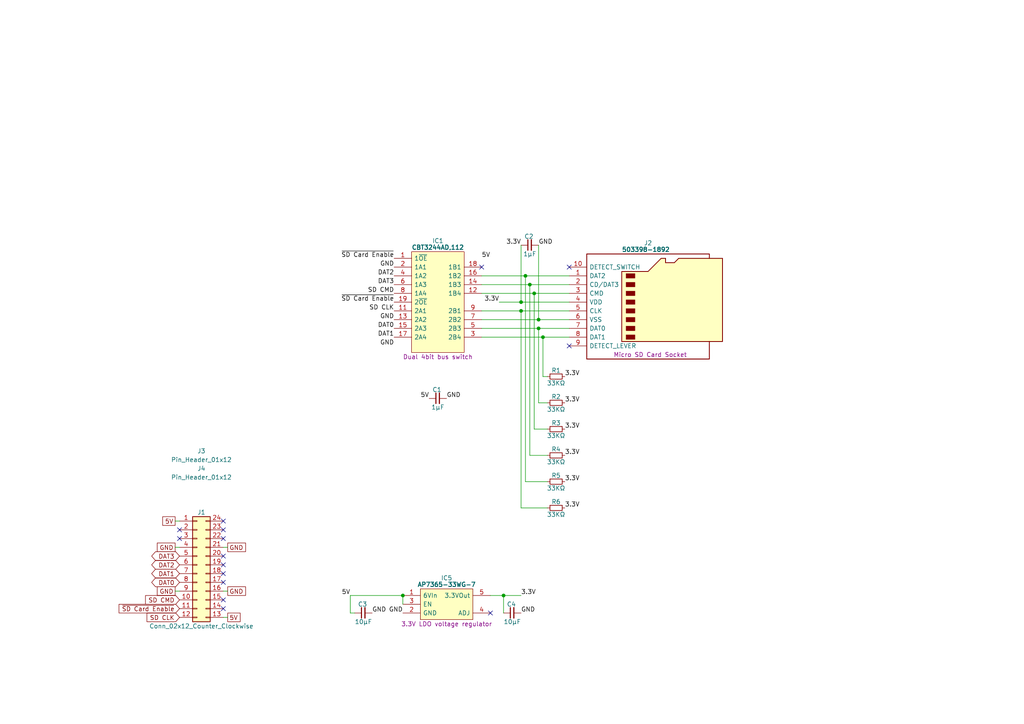
<source format=kicad_sch>
(kicad_sch
	(version 20231120)
	(generator "eeschema")
	(generator_version "8.0")
	(uuid "337b5f72-8be1-4121-9dc6-479b565482b2")
	(paper "A4")
	(title_block
		(title "SD Card Micro Socket")
		(date "2024-07-05")
		(rev "V0")
	)
	(lib_symbols
		(symbol "Connector_Generic:Conn_02x12_Counter_Clockwise"
			(pin_names
				(offset 1.016) hide)
			(exclude_from_sim no)
			(in_bom yes)
			(on_board yes)
			(property "Reference" "J"
				(at 1.27 15.24 0)
				(effects
					(font
						(size 1.27 1.27)
					)
				)
			)
			(property "Value" "Conn_02x12_Counter_Clockwise"
				(at 1.27 -17.78 0)
				(effects
					(font
						(size 1.27 1.27)
					)
				)
			)
			(property "Footprint" ""
				(at 0 0 0)
				(effects
					(font
						(size 1.27 1.27)
					)
					(hide yes)
				)
			)
			(property "Datasheet" "~"
				(at 0 0 0)
				(effects
					(font
						(size 1.27 1.27)
					)
					(hide yes)
				)
			)
			(property "Description" "Generic connector, double row, 02x12, counter clockwise pin numbering scheme (similar to DIP package numbering), script generated (kicad-library-utils/schlib/autogen/connector/)"
				(at 0 0 0)
				(effects
					(font
						(size 1.27 1.27)
					)
					(hide yes)
				)
			)
			(property "ki_keywords" "connector"
				(at 0 0 0)
				(effects
					(font
						(size 1.27 1.27)
					)
					(hide yes)
				)
			)
			(property "ki_fp_filters" "Connector*:*_2x??_*"
				(at 0 0 0)
				(effects
					(font
						(size 1.27 1.27)
					)
					(hide yes)
				)
			)
			(symbol "Conn_02x12_Counter_Clockwise_1_1"
				(rectangle
					(start -1.27 -15.113)
					(end 0 -15.367)
					(stroke
						(width 0.1524)
						(type default)
					)
					(fill
						(type none)
					)
				)
				(rectangle
					(start -1.27 -12.573)
					(end 0 -12.827)
					(stroke
						(width 0.1524)
						(type default)
					)
					(fill
						(type none)
					)
				)
				(rectangle
					(start -1.27 -10.033)
					(end 0 -10.287)
					(stroke
						(width 0.1524)
						(type default)
					)
					(fill
						(type none)
					)
				)
				(rectangle
					(start -1.27 -7.493)
					(end 0 -7.747)
					(stroke
						(width 0.1524)
						(type default)
					)
					(fill
						(type none)
					)
				)
				(rectangle
					(start -1.27 -4.953)
					(end 0 -5.207)
					(stroke
						(width 0.1524)
						(type default)
					)
					(fill
						(type none)
					)
				)
				(rectangle
					(start -1.27 -2.413)
					(end 0 -2.667)
					(stroke
						(width 0.1524)
						(type default)
					)
					(fill
						(type none)
					)
				)
				(rectangle
					(start -1.27 0.127)
					(end 0 -0.127)
					(stroke
						(width 0.1524)
						(type default)
					)
					(fill
						(type none)
					)
				)
				(rectangle
					(start -1.27 2.667)
					(end 0 2.413)
					(stroke
						(width 0.1524)
						(type default)
					)
					(fill
						(type none)
					)
				)
				(rectangle
					(start -1.27 5.207)
					(end 0 4.953)
					(stroke
						(width 0.1524)
						(type default)
					)
					(fill
						(type none)
					)
				)
				(rectangle
					(start -1.27 7.747)
					(end 0 7.493)
					(stroke
						(width 0.1524)
						(type default)
					)
					(fill
						(type none)
					)
				)
				(rectangle
					(start -1.27 10.287)
					(end 0 10.033)
					(stroke
						(width 0.1524)
						(type default)
					)
					(fill
						(type none)
					)
				)
				(rectangle
					(start -1.27 12.827)
					(end 0 12.573)
					(stroke
						(width 0.1524)
						(type default)
					)
					(fill
						(type none)
					)
				)
				(rectangle
					(start -1.27 13.97)
					(end 3.81 -16.51)
					(stroke
						(width 0.254)
						(type default)
					)
					(fill
						(type background)
					)
				)
				(rectangle
					(start 3.81 -15.113)
					(end 2.54 -15.367)
					(stroke
						(width 0.1524)
						(type default)
					)
					(fill
						(type none)
					)
				)
				(rectangle
					(start 3.81 -12.573)
					(end 2.54 -12.827)
					(stroke
						(width 0.1524)
						(type default)
					)
					(fill
						(type none)
					)
				)
				(rectangle
					(start 3.81 -10.033)
					(end 2.54 -10.287)
					(stroke
						(width 0.1524)
						(type default)
					)
					(fill
						(type none)
					)
				)
				(rectangle
					(start 3.81 -7.493)
					(end 2.54 -7.747)
					(stroke
						(width 0.1524)
						(type default)
					)
					(fill
						(type none)
					)
				)
				(rectangle
					(start 3.81 -4.953)
					(end 2.54 -5.207)
					(stroke
						(width 0.1524)
						(type default)
					)
					(fill
						(type none)
					)
				)
				(rectangle
					(start 3.81 -2.413)
					(end 2.54 -2.667)
					(stroke
						(width 0.1524)
						(type default)
					)
					(fill
						(type none)
					)
				)
				(rectangle
					(start 3.81 0.127)
					(end 2.54 -0.127)
					(stroke
						(width 0.1524)
						(type default)
					)
					(fill
						(type none)
					)
				)
				(rectangle
					(start 3.81 2.667)
					(end 2.54 2.413)
					(stroke
						(width 0.1524)
						(type default)
					)
					(fill
						(type none)
					)
				)
				(rectangle
					(start 3.81 5.207)
					(end 2.54 4.953)
					(stroke
						(width 0.1524)
						(type default)
					)
					(fill
						(type none)
					)
				)
				(rectangle
					(start 3.81 7.747)
					(end 2.54 7.493)
					(stroke
						(width 0.1524)
						(type default)
					)
					(fill
						(type none)
					)
				)
				(rectangle
					(start 3.81 10.287)
					(end 2.54 10.033)
					(stroke
						(width 0.1524)
						(type default)
					)
					(fill
						(type none)
					)
				)
				(rectangle
					(start 3.81 12.827)
					(end 2.54 12.573)
					(stroke
						(width 0.1524)
						(type default)
					)
					(fill
						(type none)
					)
				)
				(pin passive line
					(at -5.08 12.7 0)
					(length 3.81)
					(name "Pin_1"
						(effects
							(font
								(size 1.27 1.27)
							)
						)
					)
					(number "1"
						(effects
							(font
								(size 1.27 1.27)
							)
						)
					)
				)
				(pin passive line
					(at -5.08 -10.16 0)
					(length 3.81)
					(name "Pin_10"
						(effects
							(font
								(size 1.27 1.27)
							)
						)
					)
					(number "10"
						(effects
							(font
								(size 1.27 1.27)
							)
						)
					)
				)
				(pin passive line
					(at -5.08 -12.7 0)
					(length 3.81)
					(name "Pin_11"
						(effects
							(font
								(size 1.27 1.27)
							)
						)
					)
					(number "11"
						(effects
							(font
								(size 1.27 1.27)
							)
						)
					)
				)
				(pin passive line
					(at -5.08 -15.24 0)
					(length 3.81)
					(name "Pin_12"
						(effects
							(font
								(size 1.27 1.27)
							)
						)
					)
					(number "12"
						(effects
							(font
								(size 1.27 1.27)
							)
						)
					)
				)
				(pin passive line
					(at 7.62 -15.24 180)
					(length 3.81)
					(name "Pin_13"
						(effects
							(font
								(size 1.27 1.27)
							)
						)
					)
					(number "13"
						(effects
							(font
								(size 1.27 1.27)
							)
						)
					)
				)
				(pin passive line
					(at 7.62 -12.7 180)
					(length 3.81)
					(name "Pin_14"
						(effects
							(font
								(size 1.27 1.27)
							)
						)
					)
					(number "14"
						(effects
							(font
								(size 1.27 1.27)
							)
						)
					)
				)
				(pin passive line
					(at 7.62 -10.16 180)
					(length 3.81)
					(name "Pin_15"
						(effects
							(font
								(size 1.27 1.27)
							)
						)
					)
					(number "15"
						(effects
							(font
								(size 1.27 1.27)
							)
						)
					)
				)
				(pin passive line
					(at 7.62 -7.62 180)
					(length 3.81)
					(name "Pin_16"
						(effects
							(font
								(size 1.27 1.27)
							)
						)
					)
					(number "16"
						(effects
							(font
								(size 1.27 1.27)
							)
						)
					)
				)
				(pin passive line
					(at 7.62 -5.08 180)
					(length 3.81)
					(name "Pin_17"
						(effects
							(font
								(size 1.27 1.27)
							)
						)
					)
					(number "17"
						(effects
							(font
								(size 1.27 1.27)
							)
						)
					)
				)
				(pin passive line
					(at 7.62 -2.54 180)
					(length 3.81)
					(name "Pin_18"
						(effects
							(font
								(size 1.27 1.27)
							)
						)
					)
					(number "18"
						(effects
							(font
								(size 1.27 1.27)
							)
						)
					)
				)
				(pin passive line
					(at 7.62 0 180)
					(length 3.81)
					(name "Pin_19"
						(effects
							(font
								(size 1.27 1.27)
							)
						)
					)
					(number "19"
						(effects
							(font
								(size 1.27 1.27)
							)
						)
					)
				)
				(pin passive line
					(at -5.08 10.16 0)
					(length 3.81)
					(name "Pin_2"
						(effects
							(font
								(size 1.27 1.27)
							)
						)
					)
					(number "2"
						(effects
							(font
								(size 1.27 1.27)
							)
						)
					)
				)
				(pin passive line
					(at 7.62 2.54 180)
					(length 3.81)
					(name "Pin_20"
						(effects
							(font
								(size 1.27 1.27)
							)
						)
					)
					(number "20"
						(effects
							(font
								(size 1.27 1.27)
							)
						)
					)
				)
				(pin passive line
					(at 7.62 5.08 180)
					(length 3.81)
					(name "Pin_21"
						(effects
							(font
								(size 1.27 1.27)
							)
						)
					)
					(number "21"
						(effects
							(font
								(size 1.27 1.27)
							)
						)
					)
				)
				(pin passive line
					(at 7.62 7.62 180)
					(length 3.81)
					(name "Pin_22"
						(effects
							(font
								(size 1.27 1.27)
							)
						)
					)
					(number "22"
						(effects
							(font
								(size 1.27 1.27)
							)
						)
					)
				)
				(pin passive line
					(at 7.62 10.16 180)
					(length 3.81)
					(name "Pin_23"
						(effects
							(font
								(size 1.27 1.27)
							)
						)
					)
					(number "23"
						(effects
							(font
								(size 1.27 1.27)
							)
						)
					)
				)
				(pin passive line
					(at 7.62 12.7 180)
					(length 3.81)
					(name "Pin_24"
						(effects
							(font
								(size 1.27 1.27)
							)
						)
					)
					(number "24"
						(effects
							(font
								(size 1.27 1.27)
							)
						)
					)
				)
				(pin passive line
					(at -5.08 7.62 0)
					(length 3.81)
					(name "Pin_3"
						(effects
							(font
								(size 1.27 1.27)
							)
						)
					)
					(number "3"
						(effects
							(font
								(size 1.27 1.27)
							)
						)
					)
				)
				(pin passive line
					(at -5.08 5.08 0)
					(length 3.81)
					(name "Pin_4"
						(effects
							(font
								(size 1.27 1.27)
							)
						)
					)
					(number "4"
						(effects
							(font
								(size 1.27 1.27)
							)
						)
					)
				)
				(pin passive line
					(at -5.08 2.54 0)
					(length 3.81)
					(name "Pin_5"
						(effects
							(font
								(size 1.27 1.27)
							)
						)
					)
					(number "5"
						(effects
							(font
								(size 1.27 1.27)
							)
						)
					)
				)
				(pin passive line
					(at -5.08 0 0)
					(length 3.81)
					(name "Pin_6"
						(effects
							(font
								(size 1.27 1.27)
							)
						)
					)
					(number "6"
						(effects
							(font
								(size 1.27 1.27)
							)
						)
					)
				)
				(pin passive line
					(at -5.08 -2.54 0)
					(length 3.81)
					(name "Pin_7"
						(effects
							(font
								(size 1.27 1.27)
							)
						)
					)
					(number "7"
						(effects
							(font
								(size 1.27 1.27)
							)
						)
					)
				)
				(pin passive line
					(at -5.08 -5.08 0)
					(length 3.81)
					(name "Pin_8"
						(effects
							(font
								(size 1.27 1.27)
							)
						)
					)
					(number "8"
						(effects
							(font
								(size 1.27 1.27)
							)
						)
					)
				)
				(pin passive line
					(at -5.08 -7.62 0)
					(length 3.81)
					(name "Pin_9"
						(effects
							(font
								(size 1.27 1.27)
							)
						)
					)
					(number "9"
						(effects
							(font
								(size 1.27 1.27)
							)
						)
					)
				)
			)
		)
		(symbol "Diodes_Inc:AP7365-33WG-7"
			(pin_names
				(offset 0.762)
			)
			(exclude_from_sim no)
			(in_bom yes)
			(on_board yes)
			(property "Reference" "IC"
				(at 12.7 5.08 0)
				(effects
					(font
						(size 1.27 1.27)
					)
				)
			)
			(property "Value" "AP7365-33WG-7"
				(at 12.7 3.175 0)
				(effects
					(font
						(size 1.27 1.27)
						(bold yes)
					)
				)
			)
			(property "Footprint" "SamacSys_Parts:SOT95P285X130-5N"
				(at 21.59 -14.605 0)
				(effects
					(font
						(size 1.27 1.27)
					)
					(justify left)
					(hide yes)
				)
			)
			(property "Datasheet" "https://componentsearchengine.com/Datasheets/1/AP7365-33WG-7.pdf"
				(at 21.59 -17.145 0)
				(effects
					(font
						(size 1.27 1.27)
					)
					(justify left)
					(hide yes)
				)
			)
			(property "Description" "3.3V LDO voltage regulator"
				(at 12.7 -8.255 0)
				(effects
					(font
						(size 1.27 1.27)
					)
				)
			)
			(property "Height" "1.3"
				(at 21.59 -19.685 0)
				(effects
					(font
						(size 1.27 1.27)
					)
					(justify left)
					(hide yes)
				)
			)
			(property "Manufacturer_Name" "Diodes Inc."
				(at 21.59 -22.225 0)
				(effects
					(font
						(size 1.27 1.27)
					)
					(justify left)
					(hide yes)
				)
			)
			(property "Manufacturer_Part_Number" "AP7365-33WG-7"
				(at 21.59 -24.765 0)
				(effects
					(font
						(size 1.27 1.27)
					)
					(justify left)
					(hide yes)
				)
			)
			(property "Mouser Part Number" "621-AP7365-33WG-7"
				(at 21.59 -27.305 0)
				(effects
					(font
						(size 1.27 1.27)
					)
					(justify left)
					(hide yes)
				)
			)
			(property "Mouser Price/Stock" "https://www.mouser.co.uk/ProductDetail/Diodes-Incorporated/AP7365-33WG-7?qs=abZ1nkZpTuOZFvxvoFPL0w%3D%3D"
				(at 21.59 -29.845 0)
				(effects
					(font
						(size 1.27 1.27)
					)
					(justify left)
					(hide yes)
				)
			)
			(property "Arrow Part Number" "AP7365-33WG-7"
				(at 21.59 -32.385 0)
				(effects
					(font
						(size 1.27 1.27)
					)
					(justify left)
					(hide yes)
				)
			)
			(property "Arrow Price/Stock" "https://www.arrow.com/en/products/ap7365-33wg-7/diodes-incorporated?region=nac"
				(at 21.59 -34.925 0)
				(effects
					(font
						(size 1.27 1.27)
					)
					(justify left)
					(hide yes)
				)
			)
			(property "Silkscreen" "AP7365"
				(at 21.59 -12.065 0)
				(effects
					(font
						(size 1.27 1.27)
					)
					(justify left)
					(hide yes)
				)
			)
			(symbol "AP7365-33WG-7_0_0"
				(pin passive line
					(at 0 -5.08 0)
					(length 5.08)
					(name "GND"
						(effects
							(font
								(size 1.27 1.27)
							)
						)
					)
					(number "2"
						(effects
							(font
								(size 1.27 1.27)
							)
						)
					)
				)
				(pin input line
					(at 0 -2.54 0)
					(length 5.08)
					(name "EN"
						(effects
							(font
								(size 1.27 1.27)
							)
						)
					)
					(number "3"
						(effects
							(font
								(size 1.27 1.27)
							)
						)
					)
				)
				(pin passive line
					(at 25.4 -5.08 180)
					(length 5.08)
					(name "ADJ"
						(effects
							(font
								(size 1.27 1.27)
							)
						)
					)
					(number "4"
						(effects
							(font
								(size 1.27 1.27)
							)
						)
					)
				)
			)
			(symbol "AP7365-33WG-7_0_1"
				(polyline
					(pts
						(xy 5.08 1.905) (xy 20.32 1.905) (xy 20.32 -6.985) (xy 5.08 -6.985) (xy 5.08 1.905)
					)
					(stroke
						(width 0)
						(type default)
					)
					(fill
						(type background)
					)
				)
			)
			(symbol "AP7365-33WG-7_1_0"
				(pin passive line
					(at 0 0 0)
					(length 5.08)
					(name "6VIn"
						(effects
							(font
								(size 1.27 1.27)
							)
						)
					)
					(number "1"
						(effects
							(font
								(size 1.27 1.27)
							)
						)
					)
				)
				(pin passive line
					(at 25.4 0 180)
					(length 5.08)
					(name "3.3VOut"
						(effects
							(font
								(size 1.27 1.27)
							)
						)
					)
					(number "5"
						(effects
							(font
								(size 1.27 1.27)
							)
						)
					)
				)
			)
		)
		(symbol "HCP65:C_0805"
			(pin_numbers hide)
			(pin_names
				(offset 0.254) hide)
			(exclude_from_sim no)
			(in_bom yes)
			(on_board yes)
			(property "Reference" "C"
				(at 2.286 2.54 0)
				(effects
					(font
						(size 1.27 1.27)
					)
				)
			)
			(property "Value" "?μF"
				(at 2.54 -2.54 0)
				(effects
					(font
						(size 1.27 1.27)
					)
				)
			)
			(property "Footprint" "SamacSys_Parts:C_0805"
				(at 16.764 -7.62 0)
				(effects
					(font
						(size 1.27 1.27)
					)
					(hide yes)
				)
			)
			(property "Datasheet" ""
				(at 2.2225 0.3175 90)
				(effects
					(font
						(size 1.27 1.27)
					)
					(hide yes)
				)
			)
			(property "Description" ""
				(at 0 0 0)
				(effects
					(font
						(size 1.27 1.27)
					)
					(hide yes)
				)
			)
			(property "ki_keywords" "capacitor cap"
				(at 0 0 0)
				(effects
					(font
						(size 1.27 1.27)
					)
					(hide yes)
				)
			)
			(property "ki_fp_filters" "C_*"
				(at 0 0 0)
				(effects
					(font
						(size 1.27 1.27)
					)
					(hide yes)
				)
			)
			(symbol "C_0805_0_1"
				(polyline
					(pts
						(xy 1.9685 -1.4605) (xy 1.9685 1.5875)
					)
					(stroke
						(width 0.3048)
						(type default)
					)
					(fill
						(type none)
					)
				)
				(polyline
					(pts
						(xy 2.9845 -1.4605) (xy 2.9845 1.5875)
					)
					(stroke
						(width 0.3302)
						(type default)
					)
					(fill
						(type none)
					)
				)
			)
			(symbol "C_0805_1_1"
				(pin passive line
					(at 0 0 0)
					(length 2.032)
					(name "~"
						(effects
							(font
								(size 1.27 1.27)
							)
						)
					)
					(number "1"
						(effects
							(font
								(size 1.27 1.27)
							)
						)
					)
				)
				(pin passive line
					(at 5.08 0 180)
					(length 2.032)
					(name "~"
						(effects
							(font
								(size 1.27 1.27)
							)
						)
					)
					(number "2"
						(effects
							(font
								(size 1.27 1.27)
							)
						)
					)
				)
			)
		)
		(symbol "HCP65:Pin_Header_01x32"
			(pin_names
				(offset 1.016) hide)
			(exclude_from_sim no)
			(in_bom yes)
			(on_board yes)
			(property "Reference" "J"
				(at 0 1.27 0)
				(effects
					(font
						(size 1.27 1.27)
					)
				)
			)
			(property "Value" "Pin_Header_01x32"
				(at 0 -1.27 0)
				(effects
					(font
						(size 1.27 1.27)
					)
				)
			)
			(property "Footprint" "SamacSys_Parts:PinHeader_1x32_P2.54mm_Vertical"
				(at 0 -3.81 0)
				(effects
					(font
						(size 1.27 1.27)
					)
					(hide yes)
				)
			)
			(property "Datasheet" "~"
				(at -5.08 0 0)
				(effects
					(font
						(size 1.27 1.27)
					)
					(hide yes)
				)
			)
			(property "Description" ""
				(at 0 0 0)
				(effects
					(font
						(size 1.27 1.27)
					)
					(hide yes)
				)
			)
			(property "ki_fp_filters" "Connector*:*_1x??_*"
				(at 0 0 0)
				(effects
					(font
						(size 1.27 1.27)
					)
					(hide yes)
				)
			)
		)
		(symbol "HCP65:R_0805"
			(pin_numbers hide)
			(pin_names hide)
			(exclude_from_sim no)
			(in_bom yes)
			(on_board yes)
			(property "Reference" "R"
				(at 2.54 1.778 0)
				(effects
					(font
						(size 1.27 1.27)
					)
				)
			)
			(property "Value" "?Ω"
				(at 2.54 -1.905 0)
				(effects
					(font
						(size 1.27 1.27)
					)
				)
			)
			(property "Footprint" "SamacSys_Parts:R_0805"
				(at 17.526 -7.62 0)
				(effects
					(font
						(size 1.27 1.27)
					)
					(hide yes)
				)
			)
			(property "Datasheet" ""
				(at 0 0 0)
				(effects
					(font
						(size 1.27 1.27)
					)
					(hide yes)
				)
			)
			(property "Description" ""
				(at 0 0 0)
				(effects
					(font
						(size 1.27 1.27)
					)
					(hide yes)
				)
			)
			(symbol "R_0805_0_1"
				(rectangle
					(start 0.762 0.762)
					(end 4.318 -0.762)
					(stroke
						(width 0.2032)
						(type default)
					)
					(fill
						(type none)
					)
				)
			)
			(symbol "R_0805_1_1"
				(pin passive line
					(at 0 0 0)
					(length 0.72)
					(name "~"
						(effects
							(font
								(size 1.27 1.27)
							)
						)
					)
					(number "1"
						(effects
							(font
								(size 1.27 1.27)
							)
						)
					)
				)
				(pin passive line
					(at 5.08 0 180)
					(length 0.72)
					(name "~"
						(effects
							(font
								(size 1.27 1.27)
							)
						)
					)
					(number "2"
						(effects
							(font
								(size 1.27 1.27)
							)
						)
					)
				)
			)
		)
		(symbol "Molex:503398-1892"
			(pin_names
				(offset 0.762)
			)
			(exclude_from_sim no)
			(in_bom yes)
			(on_board yes)
			(property "Reference" "J"
				(at 22.86 6.985 0)
				(effects
					(font
						(size 1.27 1.27)
					)
				)
			)
			(property "Value" "503398-1892"
				(at 22.225 5.08 0)
				(effects
					(font
						(size 1.27 1.27)
						(bold yes)
					)
				)
			)
			(property "Footprint" "SamacSys_Parts:503398-1892"
				(at 31.75 -50.8 0)
				(effects
					(font
						(size 1.27 1.27)
					)
					(justify left)
					(hide yes)
				)
			)
			(property "Datasheet" "https://componentsearchengine.com//503398-1892.pdf"
				(at 31.75 -53.34 0)
				(effects
					(font
						(size 1.27 1.27)
					)
					(justify left)
					(hide yes)
				)
			)
			(property "Description" "Micro SD Card Socket"
				(at 23.495 -25.4 0)
				(effects
					(font
						(size 1.27 1.27)
					)
				)
			)
			(property "Height" ""
				(at 39.37 -5.08 0)
				(effects
					(font
						(size 1.27 1.27)
					)
					(justify left)
					(hide yes)
				)
			)
			(property "Mouser2 Part Number" "538-503398-1892"
				(at 31.75 -60.96 0)
				(effects
					(font
						(size 1.27 1.27)
					)
					(justify left)
					(hide yes)
				)
			)
			(property "Mouser2 Price/Stock" "https://www.mouser.com/Search/Refine.aspx?Keyword=538-503398-1892"
				(at 31.75 -63.5 0)
				(effects
					(font
						(size 1.27 1.27)
					)
					(justify left)
					(hide yes)
				)
			)
			(property "Manufacturer_Name" "Molex"
				(at 31.75 -72.39 0)
				(effects
					(font
						(size 1.27 1.27)
					)
					(justify left)
					(hide yes)
				)
			)
			(property "Manufacturer_Part_Number" "503398-1892"
				(at 31.75 -68.58 0)
				(effects
					(font
						(size 1.27 1.27)
					)
					(justify left)
					(hide yes)
				)
			)
			(property "Silkscreen" "503398-1892"
				(at 31.75 -66.04 0)
				(effects
					(font
						(size 1.27 1.27)
					)
					(justify left)
					(hide yes)
				)
			)
			(symbol "503398-1892_0_0"
				(pin bidirectional line
					(at 0 -2.54 0)
					(length 5.08)
					(name "DAT2"
						(effects
							(font
								(size 1.27 1.27)
							)
						)
					)
					(number "1"
						(effects
							(font
								(size 1.27 1.27)
							)
						)
					)
				)
				(pin passive line
					(at 0 0 0)
					(length 5.08)
					(name "DETECT_SWITCH"
						(effects
							(font
								(size 1.27 1.27)
							)
						)
					)
					(number "10"
						(effects
							(font
								(size 1.27 1.27)
							)
						)
					)
				)
				(pin no_connect line
					(at 49.53 -5.08 180)
					(length 5.08) hide
					(name "N.C."
						(effects
							(font
								(size 1.27 1.27)
							)
						)
					)
					(number "11"
						(effects
							(font
								(size 1.27 1.27)
							)
						)
					)
				)
				(pin no_connect line
					(at 49.53 -7.62 180)
					(length 5.08) hide
					(name "N.C."
						(effects
							(font
								(size 1.27 1.27)
							)
						)
					)
					(number "12"
						(effects
							(font
								(size 1.27 1.27)
							)
						)
					)
				)
				(pin no_connect line
					(at 49.53 -10.16 180)
					(length 5.08) hide
					(name "N.C."
						(effects
							(font
								(size 1.27 1.27)
							)
						)
					)
					(number "13"
						(effects
							(font
								(size 1.27 1.27)
							)
						)
					)
				)
				(pin no_connect line
					(at 49.53 -12.7 180)
					(length 5.08) hide
					(name "N.C."
						(effects
							(font
								(size 1.27 1.27)
							)
						)
					)
					(number "14"
						(effects
							(font
								(size 1.27 1.27)
							)
						)
					)
				)
				(pin bidirectional line
					(at 0 -5.08 0)
					(length 5.08)
					(name "CD/DAT3"
						(effects
							(font
								(size 1.27 1.27)
							)
						)
					)
					(number "2"
						(effects
							(font
								(size 1.27 1.27)
							)
						)
					)
				)
				(pin input line
					(at 0 -7.62 0)
					(length 5.08)
					(name "CMD"
						(effects
							(font
								(size 1.27 1.27)
							)
						)
					)
					(number "3"
						(effects
							(font
								(size 1.27 1.27)
							)
						)
					)
				)
				(pin passive line
					(at 0 -10.16 0)
					(length 5.08)
					(name "VDD"
						(effects
							(font
								(size 1.27 1.27)
							)
						)
					)
					(number "4"
						(effects
							(font
								(size 1.27 1.27)
							)
						)
					)
				)
				(pin input line
					(at 0 -12.7 0)
					(length 5.08)
					(name "CLK"
						(effects
							(font
								(size 1.27 1.27)
							)
						)
					)
					(number "5"
						(effects
							(font
								(size 1.27 1.27)
							)
						)
					)
				)
				(pin passive line
					(at 0 -15.24 0)
					(length 5.08)
					(name "VSS"
						(effects
							(font
								(size 1.27 1.27)
							)
						)
					)
					(number "6"
						(effects
							(font
								(size 1.27 1.27)
							)
						)
					)
				)
				(pin bidirectional line
					(at 0 -17.78 0)
					(length 5.08)
					(name "DAT0"
						(effects
							(font
								(size 1.27 1.27)
							)
						)
					)
					(number "7"
						(effects
							(font
								(size 1.27 1.27)
							)
						)
					)
				)
				(pin bidirectional line
					(at 0 -20.32 0)
					(length 5.08)
					(name "DAT1"
						(effects
							(font
								(size 1.27 1.27)
							)
						)
					)
					(number "8"
						(effects
							(font
								(size 1.27 1.27)
							)
						)
					)
				)
				(pin passive line
					(at 0 -22.86 0)
					(length 5.08)
					(name "DETECT_LEVER"
						(effects
							(font
								(size 1.27 1.27)
							)
						)
					)
					(number "9"
						(effects
							(font
								(size 1.27 1.27)
							)
						)
					)
				)
			)
			(symbol "503398-1892_0_1"
				(polyline
					(pts
						(xy 40.64 2.54) (xy 40.64 3.81) (xy 5.08 3.81) (xy 5.08 -26.67) (xy 40.64 -26.67) (xy 40.64 -21.59)
					)
					(stroke
						(width 0.254)
						(type default)
					)
					(fill
						(type none)
					)
				)
				(polyline
					(pts
						(xy 15.24 -21.59) (xy 15.24 -1.27) (xy 22.86 -1.27) (xy 26.67 2.54) (xy 27.94 2.54) (xy 27.94 1.27)
						(xy 30.48 1.27) (xy 31.75 2.54) (xy 44.45 2.54) (xy 44.45 -21.59) (xy 15.24 -21.59)
					)
					(stroke
						(width 0.254)
						(type default)
					)
					(fill
						(type background)
					)
				)
				(rectangle
					(start 16.51 -19.685)
					(end 19.05 -20.955)
					(stroke
						(width 0)
						(type default)
					)
					(fill
						(type outline)
					)
				)
				(rectangle
					(start 16.51 -17.145)
					(end 19.05 -18.415)
					(stroke
						(width 0)
						(type default)
					)
					(fill
						(type outline)
					)
				)
				(rectangle
					(start 16.51 -14.605)
					(end 19.05 -15.875)
					(stroke
						(width 0)
						(type default)
					)
					(fill
						(type outline)
					)
				)
				(rectangle
					(start 16.51 -12.065)
					(end 19.05 -13.335)
					(stroke
						(width 0)
						(type default)
					)
					(fill
						(type outline)
					)
				)
				(rectangle
					(start 16.51 -9.525)
					(end 19.05 -10.795)
					(stroke
						(width 0)
						(type default)
					)
					(fill
						(type outline)
					)
				)
				(rectangle
					(start 16.51 -6.985)
					(end 19.05 -8.255)
					(stroke
						(width 0)
						(type default)
					)
					(fill
						(type outline)
					)
				)
				(rectangle
					(start 16.51 -4.445)
					(end 19.05 -5.715)
					(stroke
						(width 0)
						(type default)
					)
					(fill
						(type outline)
					)
				)
				(rectangle
					(start 16.51 -1.905)
					(end 19.05 -3.175)
					(stroke
						(width 0)
						(type default)
					)
					(fill
						(type outline)
					)
				)
			)
		)
		(symbol "Nexperia:CBT3244AD,112"
			(pin_names
				(offset 0.762)
			)
			(exclude_from_sim no)
			(in_bom yes)
			(on_board yes)
			(property "Reference" "IC"
				(at 12.7 5.08 0)
				(effects
					(font
						(size 1.27 1.27)
					)
				)
			)
			(property "Value" "CBT3244AD,112"
				(at 12.7 3.175 0)
				(effects
					(font
						(size 1.27 1.27)
						(bold yes)
					)
				)
			)
			(property "Footprint" "SamacSys_Parts:SOIC127P1032X265-20N"
				(at 22.86 -35.56 0)
				(effects
					(font
						(size 1.27 1.27)
					)
					(justify left)
					(hide yes)
				)
			)
			(property "Datasheet" "https://assets.nexperia.com/documents/data-sheet/CBT3244A.pdf"
				(at 22.86 -38.1 0)
				(effects
					(font
						(size 1.27 1.27)
					)
					(justify left)
					(hide yes)
				)
			)
			(property "Description" "Dual 4bit bus switch"
				(at 12.7 -28.575 0)
				(effects
					(font
						(size 1.27 1.27)
					)
				)
			)
			(property "Height" "2.65"
				(at 22.86 -43.18 0)
				(effects
					(font
						(size 1.27 1.27)
					)
					(justify left)
					(hide yes)
				)
			)
			(property "Manufacturer_Name" "Nexperia"
				(at 22.86 -45.72 0)
				(effects
					(font
						(size 1.27 1.27)
					)
					(justify left)
					(hide yes)
				)
			)
			(property "Manufacturer_Part_Number" "CBT3244AD,112"
				(at 22.86 -48.26 0)
				(effects
					(font
						(size 1.27 1.27)
					)
					(justify left)
					(hide yes)
				)
			)
			(property "Mouser Part Number" "771-CBT3244AD"
				(at 22.86 -50.8 0)
				(effects
					(font
						(size 1.27 1.27)
					)
					(justify left)
					(hide yes)
				)
			)
			(property "Mouser Price/Stock" "https://www.mouser.com/Search/Refine.aspx?Keyword=771-CBT3244AD"
				(at 22.86 -53.34 0)
				(effects
					(font
						(size 1.27 1.27)
					)
					(justify left)
					(hide yes)
				)
			)
			(property "Silkscreen" "CBT3244"
				(at 12.7 -30.48 0)
				(effects
					(font
						(size 1.27 1.27)
					)
					(hide yes)
				)
			)
			(property "Garbage" "IC BUS SWITCH 4 X 1:1 20SO"
				(at 0 0 0)
				(effects
					(font
						(size 1.27 1.27)
					)
					(hide yes)
				)
			)
			(symbol "CBT3244AD,112_0_0"
				(pin input line
					(at 0 0 0)
					(length 5.08)
					(name "1~{OE}"
						(effects
							(font
								(size 1.27 1.27)
							)
						)
					)
					(number "1"
						(effects
							(font
								(size 1.27 1.27)
							)
						)
					)
				)
				(pin passive line
					(at 0 -25.4 0)
					(length 5.08) hide
					(name "GND"
						(effects
							(font
								(size 1.27 1.27)
							)
						)
					)
					(number "10"
						(effects
							(font
								(size 1.27 1.27)
							)
						)
					)
				)
				(pin passive line
					(at 0 -15.24 0)
					(length 5.08)
					(name "2A1"
						(effects
							(font
								(size 1.27 1.27)
							)
						)
					)
					(number "11"
						(effects
							(font
								(size 1.27 1.27)
							)
						)
					)
				)
				(pin passive line
					(at 25.4 -10.16 180)
					(length 5.08)
					(name "1B4"
						(effects
							(font
								(size 1.27 1.27)
							)
						)
					)
					(number "12"
						(effects
							(font
								(size 1.27 1.27)
							)
						)
					)
				)
				(pin passive line
					(at 0 -17.78 0)
					(length 5.08)
					(name "2A2"
						(effects
							(font
								(size 1.27 1.27)
							)
						)
					)
					(number "13"
						(effects
							(font
								(size 1.27 1.27)
							)
						)
					)
				)
				(pin passive line
					(at 25.4 -7.62 180)
					(length 5.08)
					(name "1B3"
						(effects
							(font
								(size 1.27 1.27)
							)
						)
					)
					(number "14"
						(effects
							(font
								(size 1.27 1.27)
							)
						)
					)
				)
				(pin passive line
					(at 0 -20.32 0)
					(length 5.08)
					(name "2A3"
						(effects
							(font
								(size 1.27 1.27)
							)
						)
					)
					(number "15"
						(effects
							(font
								(size 1.27 1.27)
							)
						)
					)
				)
				(pin passive line
					(at 25.4 -5.08 180)
					(length 5.08)
					(name "1B2"
						(effects
							(font
								(size 1.27 1.27)
							)
						)
					)
					(number "16"
						(effects
							(font
								(size 1.27 1.27)
							)
						)
					)
				)
				(pin passive line
					(at 0 -22.86 0)
					(length 5.08)
					(name "2A4"
						(effects
							(font
								(size 1.27 1.27)
							)
						)
					)
					(number "17"
						(effects
							(font
								(size 1.27 1.27)
							)
						)
					)
				)
				(pin passive line
					(at 25.4 -2.54 180)
					(length 5.08)
					(name "1B1"
						(effects
							(font
								(size 1.27 1.27)
							)
						)
					)
					(number "18"
						(effects
							(font
								(size 1.27 1.27)
							)
						)
					)
				)
				(pin input line
					(at 0 -12.7 0)
					(length 5.08)
					(name "2~{OE}"
						(effects
							(font
								(size 1.27 1.27)
							)
						)
					)
					(number "19"
						(effects
							(font
								(size 1.27 1.27)
							)
						)
					)
				)
				(pin passive line
					(at 0 -2.54 0)
					(length 5.08)
					(name "1A1"
						(effects
							(font
								(size 1.27 1.27)
							)
						)
					)
					(number "2"
						(effects
							(font
								(size 1.27 1.27)
							)
						)
					)
				)
				(pin passive line
					(at 25.4 0 180)
					(length 5.08) hide
					(name "5V"
						(effects
							(font
								(size 1.27 1.27)
							)
						)
					)
					(number "20"
						(effects
							(font
								(size 1.27 1.27)
							)
						)
					)
				)
				(pin passive line
					(at 25.4 -22.86 180)
					(length 5.08)
					(name "2B4"
						(effects
							(font
								(size 1.27 1.27)
							)
						)
					)
					(number "3"
						(effects
							(font
								(size 1.27 1.27)
							)
						)
					)
				)
				(pin passive line
					(at 0 -5.08 0)
					(length 5.08)
					(name "1A2"
						(effects
							(font
								(size 1.27 1.27)
							)
						)
					)
					(number "4"
						(effects
							(font
								(size 1.27 1.27)
							)
						)
					)
				)
				(pin passive line
					(at 25.4 -20.32 180)
					(length 5.08)
					(name "2B3"
						(effects
							(font
								(size 1.27 1.27)
							)
						)
					)
					(number "5"
						(effects
							(font
								(size 1.27 1.27)
							)
						)
					)
				)
				(pin passive line
					(at 0 -7.62 0)
					(length 5.08)
					(name "1A3"
						(effects
							(font
								(size 1.27 1.27)
							)
						)
					)
					(number "6"
						(effects
							(font
								(size 1.27 1.27)
							)
						)
					)
				)
				(pin passive line
					(at 25.4 -17.78 180)
					(length 5.08)
					(name "2B2"
						(effects
							(font
								(size 1.27 1.27)
							)
						)
					)
					(number "7"
						(effects
							(font
								(size 1.27 1.27)
							)
						)
					)
				)
				(pin passive line
					(at 0 -10.16 0)
					(length 5.08)
					(name "1A4"
						(effects
							(font
								(size 1.27 1.27)
							)
						)
					)
					(number "8"
						(effects
							(font
								(size 1.27 1.27)
							)
						)
					)
				)
				(pin passive line
					(at 25.4 -15.24 180)
					(length 5.08)
					(name "2B1"
						(effects
							(font
								(size 1.27 1.27)
							)
						)
					)
					(number "9"
						(effects
							(font
								(size 1.27 1.27)
							)
						)
					)
				)
			)
			(symbol "CBT3244AD,112_0_1"
				(polyline
					(pts
						(xy 5.08 1.905) (xy 20.32 1.905) (xy 20.32 -27.305) (xy 5.08 -27.305) (xy 5.08 1.905)
					)
					(stroke
						(width 0.1524)
						(type default)
					)
					(fill
						(type background)
					)
				)
			)
		)
	)
	(junction
		(at 156.21 95.25)
		(diameter 0)
		(color 0 0 0 0)
		(uuid "1c36549a-d2d9-4339-ad6b-71958c957910")
	)
	(junction
		(at 152.4 80.01)
		(diameter 0)
		(color 0 0 0 0)
		(uuid "2e420666-435c-4ff7-a026-c22745a5738d")
	)
	(junction
		(at 151.13 90.17)
		(diameter 0)
		(color 0 0 0 0)
		(uuid "5f34cac5-5182-4c1d-b94d-e514daf37705")
	)
	(junction
		(at 154.94 85.09)
		(diameter 0)
		(color 0 0 0 0)
		(uuid "66bc1007-eed1-4ed8-8e79-c86d4710d093")
	)
	(junction
		(at 153.67 82.55)
		(diameter 0)
		(color 0 0 0 0)
		(uuid "90212649-c55a-4ac9-872c-fba4d37b00af")
	)
	(junction
		(at 146.05 172.72)
		(diameter 0)
		(color 0 0 0 0)
		(uuid "9a42ca64-cc35-4fc8-9ce0-ba56eede6f2d")
	)
	(junction
		(at 116.84 172.72)
		(diameter 0)
		(color 0 0 0 0)
		(uuid "9d678c7f-9518-4292-8cc8-dd932ca392b1")
	)
	(junction
		(at 151.13 87.63)
		(diameter 0)
		(color 0 0 0 0)
		(uuid "b90986f9-b29c-4e93-97ac-0e24877c7eef")
	)
	(junction
		(at 156.21 92.71)
		(diameter 0)
		(color 0 0 0 0)
		(uuid "c197fb43-5372-4482-8932-67a400e99877")
	)
	(junction
		(at 157.48 97.79)
		(diameter 0)
		(color 0 0 0 0)
		(uuid "c73c9cd7-70dc-4977-8e0e-69bbaf6af8de")
	)
	(no_connect
		(at 165.1 100.33)
		(uuid "230183cf-b6e4-4fdd-9871-d9d82f423e79")
	)
	(no_connect
		(at 64.77 161.29)
		(uuid "373880f2-0311-49b0-b72f-f91f83d44a87")
	)
	(no_connect
		(at 64.77 156.21)
		(uuid "46e3a500-3139-4075-b3c5-8c4200bb5b64")
	)
	(no_connect
		(at 64.77 163.83)
		(uuid "5b0882f1-e2e5-4969-88dd-9e9fd6187958")
	)
	(no_connect
		(at 52.07 156.21)
		(uuid "60e45d35-7339-4ab6-b066-743b255520af")
	)
	(no_connect
		(at 52.07 153.67)
		(uuid "790cb9e2-339e-4f69-b915-9fe693b3840a")
	)
	(no_connect
		(at 139.7 77.47)
		(uuid "801de1df-de4f-46be-9d8e-3f4e7e62f44b")
	)
	(no_connect
		(at 64.77 166.37)
		(uuid "816f737b-72fb-4d56-8081-7dbbb752121a")
	)
	(no_connect
		(at 64.77 176.53)
		(uuid "9a895769-02a0-48e7-b924-8b49ed434862")
	)
	(no_connect
		(at 64.77 168.91)
		(uuid "a02607a8-8786-449b-a093-56c0d9920df4")
	)
	(no_connect
		(at 142.24 177.8)
		(uuid "d568363f-ebdb-4820-b45d-93a2dd80d181")
	)
	(no_connect
		(at 64.77 153.67)
		(uuid "d82fdef6-eb7d-4127-b5c3-8e750111eb95")
	)
	(no_connect
		(at 165.1 77.47)
		(uuid "dc3553a9-2cfd-420d-ac0f-912c934a0485")
	)
	(no_connect
		(at 64.77 173.99)
		(uuid "f57a0628-4b97-4d89-bf2c-8270760dece8")
	)
	(no_connect
		(at 64.77 151.13)
		(uuid "f59db3b4-62f3-41d7-bd4f-fd994042de45")
	)
	(wire
		(pts
			(xy 146.05 172.72) (xy 151.13 172.72)
		)
		(stroke
			(width 0)
			(type default)
		)
		(uuid "07e9ec4b-7e3e-43d8-8c29-562d1f99df10")
	)
	(wire
		(pts
			(xy 50.8 171.45) (xy 52.07 171.45)
		)
		(stroke
			(width 0)
			(type default)
		)
		(uuid "0b5c2b7b-f887-4eae-88f2-481913b3ae0d")
	)
	(wire
		(pts
			(xy 157.48 97.79) (xy 165.1 97.79)
		)
		(stroke
			(width 0)
			(type default)
		)
		(uuid "1291b8dd-91b2-4f0b-9bca-a42a78fcf468")
	)
	(wire
		(pts
			(xy 156.21 92.71) (xy 165.1 92.71)
		)
		(stroke
			(width 0)
			(type default)
		)
		(uuid "18c0841a-cde8-4225-a4c5-620dd6e73d6f")
	)
	(wire
		(pts
			(xy 153.67 132.08) (xy 153.67 82.55)
		)
		(stroke
			(width 0)
			(type default)
		)
		(uuid "194fc816-377e-4ef2-9019-3e28548b5a3b")
	)
	(wire
		(pts
			(xy 116.84 172.72) (xy 116.84 175.26)
		)
		(stroke
			(width 0)
			(type default)
		)
		(uuid "19cf9e2e-56f1-4c40-a244-2ed60ca7b85f")
	)
	(wire
		(pts
			(xy 154.94 124.46) (xy 158.75 124.46)
		)
		(stroke
			(width 0)
			(type default)
		)
		(uuid "2834b163-dc99-4082-8943-368eb5c8251b")
	)
	(wire
		(pts
			(xy 151.13 147.32) (xy 158.75 147.32)
		)
		(stroke
			(width 0)
			(type default)
		)
		(uuid "2d86bc7f-c619-4501-9a4d-2d498ef8e3fa")
	)
	(wire
		(pts
			(xy 139.7 85.09) (xy 154.94 85.09)
		)
		(stroke
			(width 0)
			(type default)
		)
		(uuid "3209eb2c-e2c1-4ccb-a7d0-04aaf4bacca3")
	)
	(wire
		(pts
			(xy 139.7 97.79) (xy 157.48 97.79)
		)
		(stroke
			(width 0)
			(type default)
		)
		(uuid "3625c7b5-229d-4ffb-8c1b-de27daf43d07")
	)
	(wire
		(pts
			(xy 66.04 179.07) (xy 64.77 179.07)
		)
		(stroke
			(width 0)
			(type default)
		)
		(uuid "3688dbbe-f4f5-4afe-8220-2fbe04c3551e")
	)
	(wire
		(pts
			(xy 151.13 87.63) (xy 151.13 71.12)
		)
		(stroke
			(width 0)
			(type default)
		)
		(uuid "37f3c4c7-265b-4a52-a485-4b671c9c2798")
	)
	(wire
		(pts
			(xy 50.8 151.13) (xy 52.07 151.13)
		)
		(stroke
			(width 0)
			(type default)
		)
		(uuid "42f8be96-deab-42a3-b9c4-45207b9d9a9d")
	)
	(wire
		(pts
			(xy 153.67 132.08) (xy 158.75 132.08)
		)
		(stroke
			(width 0)
			(type default)
		)
		(uuid "574bbe77-9fe0-4a8d-9963-ce7b46a98539")
	)
	(wire
		(pts
			(xy 151.13 90.17) (xy 151.13 147.32)
		)
		(stroke
			(width 0)
			(type default)
		)
		(uuid "61bb5a96-face-4bff-8437-db9bbb39ccb1")
	)
	(wire
		(pts
			(xy 152.4 139.7) (xy 158.75 139.7)
		)
		(stroke
			(width 0)
			(type default)
		)
		(uuid "6524f4ff-d1a0-4c93-b96b-8b33e2a0ee1f")
	)
	(wire
		(pts
			(xy 139.7 80.01) (xy 152.4 80.01)
		)
		(stroke
			(width 0)
			(type default)
		)
		(uuid "6527b170-246a-427f-b723-ded219dc1130")
	)
	(wire
		(pts
			(xy 50.8 158.75) (xy 52.07 158.75)
		)
		(stroke
			(width 0)
			(type default)
		)
		(uuid "675fdb20-2a58-45da-98cc-badea46b0c42")
	)
	(wire
		(pts
			(xy 139.7 90.17) (xy 151.13 90.17)
		)
		(stroke
			(width 0)
			(type default)
		)
		(uuid "6d599088-d0b2-448e-9320-abf53a9f459c")
	)
	(wire
		(pts
			(xy 156.21 116.84) (xy 156.21 95.25)
		)
		(stroke
			(width 0)
			(type default)
		)
		(uuid "73fe2b36-2cb0-4399-b774-867b5487471a")
	)
	(wire
		(pts
			(xy 139.7 92.71) (xy 156.21 92.71)
		)
		(stroke
			(width 0)
			(type default)
		)
		(uuid "76679ebc-a9a5-4047-9963-d2ac04f68c2c")
	)
	(wire
		(pts
			(xy 146.05 177.8) (xy 146.05 172.72)
		)
		(stroke
			(width 0)
			(type default)
		)
		(uuid "77a9d4c9-5050-43f7-91f8-e72fa5f6e2bd")
	)
	(wire
		(pts
			(xy 139.7 95.25) (xy 156.21 95.25)
		)
		(stroke
			(width 0)
			(type default)
		)
		(uuid "79cb8300-1a4a-4cc8-9372-039a66f5f2be")
	)
	(wire
		(pts
			(xy 156.21 95.25) (xy 165.1 95.25)
		)
		(stroke
			(width 0)
			(type default)
		)
		(uuid "7e81ad36-d692-44ff-8254-08ffa962c7cb")
	)
	(wire
		(pts
			(xy 64.77 158.75) (xy 66.04 158.75)
		)
		(stroke
			(width 0)
			(type default)
		)
		(uuid "830d1f48-ac7d-44cd-8ca0-cea1d252251a")
	)
	(wire
		(pts
			(xy 153.67 82.55) (xy 165.1 82.55)
		)
		(stroke
			(width 0)
			(type default)
		)
		(uuid "8bd4037a-a242-43d7-858c-a221ad3dfce7")
	)
	(wire
		(pts
			(xy 64.77 171.45) (xy 66.04 171.45)
		)
		(stroke
			(width 0)
			(type default)
		)
		(uuid "963ca0de-cabf-446d-9abe-650506e8c164")
	)
	(wire
		(pts
			(xy 139.7 82.55) (xy 153.67 82.55)
		)
		(stroke
			(width 0)
			(type default)
		)
		(uuid "9c3aae18-7a4d-4566-a71c-15fd7ef43e03")
	)
	(wire
		(pts
			(xy 152.4 80.01) (xy 152.4 139.7)
		)
		(stroke
			(width 0)
			(type default)
		)
		(uuid "9e529a46-9786-4bea-9cd5-afe9f0027b66")
	)
	(wire
		(pts
			(xy 157.48 109.22) (xy 157.48 97.79)
		)
		(stroke
			(width 0)
			(type default)
		)
		(uuid "a43189af-6c50-4284-82fb-66d30d351873")
	)
	(wire
		(pts
			(xy 144.78 87.63) (xy 151.13 87.63)
		)
		(stroke
			(width 0)
			(type default)
		)
		(uuid "a4c4b60e-7479-483e-b6c1-72127ff55ce9")
	)
	(wire
		(pts
			(xy 142.24 172.72) (xy 146.05 172.72)
		)
		(stroke
			(width 0)
			(type default)
		)
		(uuid "b2f97e65-0a5c-4eca-b3c4-b21cf9fbc305")
	)
	(wire
		(pts
			(xy 156.21 92.71) (xy 156.21 71.12)
		)
		(stroke
			(width 0)
			(type default)
		)
		(uuid "b35f3ec9-45ce-47b2-8b91-b2cf502d33d4")
	)
	(wire
		(pts
			(xy 152.4 80.01) (xy 165.1 80.01)
		)
		(stroke
			(width 0)
			(type default)
		)
		(uuid "b4a45422-e067-48ea-b6a8-629e813e6590")
	)
	(wire
		(pts
			(xy 154.94 85.09) (xy 165.1 85.09)
		)
		(stroke
			(width 0)
			(type default)
		)
		(uuid "bc6329c0-596f-4550-bb87-80bfb1ec4e1c")
	)
	(wire
		(pts
			(xy 156.21 116.84) (xy 158.75 116.84)
		)
		(stroke
			(width 0)
			(type default)
		)
		(uuid "cd0e33be-f909-409f-a6da-1eaf6b4bd184")
	)
	(wire
		(pts
			(xy 101.6 172.72) (xy 101.6 177.8)
		)
		(stroke
			(width 0)
			(type default)
		)
		(uuid "d17793ae-3e9c-4f32-b686-16db7c05d9c5")
	)
	(wire
		(pts
			(xy 157.48 109.22) (xy 158.75 109.22)
		)
		(stroke
			(width 0)
			(type default)
		)
		(uuid "d877bbe1-7c57-4db3-b005-81cbd8e3e044")
	)
	(wire
		(pts
			(xy 151.13 87.63) (xy 165.1 87.63)
		)
		(stroke
			(width 0)
			(type default)
		)
		(uuid "de8803df-ee2d-468b-a6eb-d24b35a5b053")
	)
	(wire
		(pts
			(xy 101.6 172.72) (xy 116.84 172.72)
		)
		(stroke
			(width 0)
			(type default)
		)
		(uuid "e7ab5041-9be6-4bd7-ab00-03bcccf8176c")
	)
	(wire
		(pts
			(xy 151.13 90.17) (xy 165.1 90.17)
		)
		(stroke
			(width 0)
			(type default)
		)
		(uuid "ed1e0438-a956-4420-bab5-f186a3f45169")
	)
	(wire
		(pts
			(xy 101.6 177.8) (xy 102.87 177.8)
		)
		(stroke
			(width 0)
			(type default)
		)
		(uuid "f17fede5-f0fe-46c9-a2c2-1e97369b2ee4")
	)
	(wire
		(pts
			(xy 154.94 85.09) (xy 154.94 124.46)
		)
		(stroke
			(width 0)
			(type default)
		)
		(uuid "f3a70cf8-14b1-404f-b7a8-6b5dd9a84d79")
	)
	(label "DAT0"
		(at 114.3 95.25 180)
		(fields_autoplaced yes)
		(effects
			(font
				(size 1.27 1.27)
			)
			(justify right bottom)
		)
		(uuid "0743a138-6705-4795-9244-365bfe20ccf9")
	)
	(label "SD CLK"
		(at 114.3 90.17 180)
		(fields_autoplaced yes)
		(effects
			(font
				(size 1.27 1.27)
			)
			(justify right bottom)
		)
		(uuid "082868d0-0f7e-4159-a711-36b12e6bbc50")
	)
	(label "5V"
		(at 101.6 172.72 180)
		(fields_autoplaced yes)
		(effects
			(font
				(size 1.27 1.27)
			)
			(justify right bottom)
		)
		(uuid "0df0c8c9-2a47-4b5f-aa87-f2f6591a89da")
	)
	(label "3.3V"
		(at 151.13 172.72 0)
		(fields_autoplaced yes)
		(effects
			(font
				(size 1.27 1.27)
			)
			(justify left bottom)
		)
		(uuid "0df874da-d33e-42cb-baa6-420cc2553bd1")
	)
	(label "3.3V"
		(at 144.78 87.63 180)
		(fields_autoplaced yes)
		(effects
			(font
				(size 1.27 1.27)
			)
			(justify right bottom)
		)
		(uuid "119de62c-ac2a-4978-8695-1e095331fbd3")
	)
	(label "3.3V"
		(at 163.83 139.7 0)
		(fields_autoplaced yes)
		(effects
			(font
				(size 1.27 1.27)
			)
			(justify left bottom)
		)
		(uuid "162a80c9-8f55-4f3d-b464-cd64a0d84115")
	)
	(label "DAT3"
		(at 114.3 82.55 180)
		(fields_autoplaced yes)
		(effects
			(font
				(size 1.27 1.27)
			)
			(justify right bottom)
		)
		(uuid "1affbb8b-fb76-4d12-b811-c1de8496aebf")
	)
	(label "3.3V"
		(at 163.83 124.46 0)
		(fields_autoplaced yes)
		(effects
			(font
				(size 1.27 1.27)
			)
			(justify left bottom)
		)
		(uuid "1c3b174e-87f1-4629-800e-eba1ca287529")
	)
	(label "~{SD Card Enable}"
		(at 114.3 74.93 180)
		(fields_autoplaced yes)
		(effects
			(font
				(size 1.27 1.27)
			)
			(justify right bottom)
		)
		(uuid "1ca6a9dd-d8eb-4946-b1a4-259c9b55ef4e")
	)
	(label "3.3V"
		(at 163.83 147.32 0)
		(fields_autoplaced yes)
		(effects
			(font
				(size 1.27 1.27)
			)
			(justify left bottom)
		)
		(uuid "209eb3de-b46f-4ae7-845b-6ecdee436511")
	)
	(label "DAT1"
		(at 114.3 97.79 180)
		(fields_autoplaced yes)
		(effects
			(font
				(size 1.27 1.27)
			)
			(justify right bottom)
		)
		(uuid "2926a108-ba7d-4806-aab4-47a7a4f3a074")
	)
	(label "GND"
		(at 114.3 100.33 180)
		(fields_autoplaced yes)
		(effects
			(font
				(size 1.27 1.27)
			)
			(justify right bottom)
		)
		(uuid "47bb46b1-6dfe-4a91-b86b-26e6008c522e")
	)
	(label "5V"
		(at 124.46 115.57 180)
		(fields_autoplaced yes)
		(effects
			(font
				(size 1.27 1.27)
			)
			(justify right bottom)
		)
		(uuid "4939cf04-7fcd-4b28-89e5-e4dbdfd25acf")
	)
	(label "GND"
		(at 151.13 177.8 0)
		(fields_autoplaced yes)
		(effects
			(font
				(size 1.27 1.27)
			)
			(justify left bottom)
		)
		(uuid "738a72ea-abe5-4f7d-8ef6-aa28f23fbf6a")
	)
	(label "GND"
		(at 156.21 71.12 0)
		(fields_autoplaced yes)
		(effects
			(font
				(size 1.27 1.27)
			)
			(justify left bottom)
		)
		(uuid "7ed3de74-2803-4128-b11d-297f73caf134")
	)
	(label "3.3V"
		(at 163.83 132.08 0)
		(fields_autoplaced yes)
		(effects
			(font
				(size 1.27 1.27)
			)
			(justify left bottom)
		)
		(uuid "7f2456d1-806f-4204-ae5c-1182ec1e1130")
	)
	(label "3.3V"
		(at 163.83 109.22 0)
		(fields_autoplaced yes)
		(effects
			(font
				(size 1.27 1.27)
			)
			(justify left bottom)
		)
		(uuid "8726dbcd-4d5e-407b-b74b-a8462494bdfb")
	)
	(label "GND"
		(at 129.54 115.57 0)
		(fields_autoplaced yes)
		(effects
			(font
				(size 1.27 1.27)
			)
			(justify left bottom)
		)
		(uuid "8a5ebb35-56b7-4566-b4cf-77e0db0dbbfa")
	)
	(label "3.3V"
		(at 151.13 71.12 180)
		(fields_autoplaced yes)
		(effects
			(font
				(size 1.27 1.27)
			)
			(justify right bottom)
		)
		(uuid "9792183c-3be7-410b-8c67-9d4cecb3599b")
	)
	(label "3.3V"
		(at 163.83 116.84 0)
		(fields_autoplaced yes)
		(effects
			(font
				(size 1.27 1.27)
			)
			(justify left bottom)
		)
		(uuid "b00d42e3-f344-4ed4-89e3-7cd94733ae7b")
	)
	(label "5V"
		(at 139.7 74.93 0)
		(fields_autoplaced yes)
		(effects
			(font
				(size 1.27 1.27)
			)
			(justify left bottom)
		)
		(uuid "d270c1bc-0cc8-480c-9c21-e18e8c349dc5")
	)
	(label "GND"
		(at 107.95 177.8 0)
		(fields_autoplaced yes)
		(effects
			(font
				(size 1.27 1.27)
			)
			(justify left bottom)
		)
		(uuid "d2e672e5-1589-4c1d-bd5f-c9870ab00bfa")
	)
	(label "SD CMD"
		(at 114.3 85.09 180)
		(fields_autoplaced yes)
		(effects
			(font
				(size 1.27 1.27)
			)
			(justify right bottom)
		)
		(uuid "d3d77914-430e-4e83-8d50-dc116612e7de")
	)
	(label "GND"
		(at 114.3 92.71 180)
		(fields_autoplaced yes)
		(effects
			(font
				(size 1.27 1.27)
			)
			(justify right bottom)
		)
		(uuid "e6d60291-6a1a-494e-a454-7adc24019a80")
	)
	(label "GND"
		(at 116.84 177.8 180)
		(fields_autoplaced yes)
		(effects
			(font
				(size 1.27 1.27)
			)
			(justify right bottom)
		)
		(uuid "ea5dd32a-0981-41cd-a628-00d747780d4c")
	)
	(label "DAT2"
		(at 114.3 80.01 180)
		(fields_autoplaced yes)
		(effects
			(font
				(size 1.27 1.27)
			)
			(justify right bottom)
		)
		(uuid "ef1b28de-bd1f-4a28-bafa-77d44b1f42b2")
	)
	(label "GND"
		(at 114.3 77.47 180)
		(fields_autoplaced yes)
		(effects
			(font
				(size 1.27 1.27)
			)
			(justify right bottom)
		)
		(uuid "fb0de71c-ab55-462d-99d4-e1964183cdda")
	)
	(label "~{SD Card Enable}"
		(at 114.3 87.63 180)
		(fields_autoplaced yes)
		(effects
			(font
				(size 1.27 1.27)
			)
			(justify right bottom)
		)
		(uuid "fba1f05c-fbb6-4138-b6b7-456f611e9507")
	)
	(global_label "DAT1"
		(shape tri_state)
		(at 52.07 166.37 180)
		(fields_autoplaced yes)
		(effects
			(font
				(size 1.27 1.27)
			)
			(justify right)
		)
		(uuid "626d413d-23d7-47d8-b453-88fa753c61dd")
		(property "Intersheetrefs" "${INTERSHEET_REFS}"
			(at 43.4378 166.37 0)
			(effects
				(font
					(size 1.27 1.27)
				)
				(justify right)
				(hide yes)
			)
		)
	)
	(global_label "SD CMD"
		(shape input)
		(at 52.07 173.99 180)
		(fields_autoplaced yes)
		(effects
			(font
				(size 1.27 1.27)
			)
			(justify right)
		)
		(uuid "82571bfa-2dbc-4dc3-b90c-f2bae7e9e035")
		(property "Intersheetrefs" "${INTERSHEET_REFS}"
			(at 41.6463 173.99 0)
			(effects
				(font
					(size 1.27 1.27)
				)
				(justify right)
				(hide yes)
			)
		)
	)
	(global_label "SD CLK"
		(shape input)
		(at 52.07 179.07 180)
		(fields_autoplaced yes)
		(effects
			(font
				(size 1.27 1.27)
			)
			(justify right)
		)
		(uuid "89daf55c-a9a3-4758-bf3b-12547c3f5cc6")
		(property "Intersheetrefs" "${INTERSHEET_REFS}"
			(at 42.0696 179.07 0)
			(effects
				(font
					(size 1.27 1.27)
				)
				(justify right)
				(hide yes)
			)
		)
	)
	(global_label "~{SD Card Enable}"
		(shape input)
		(at 52.07 176.53 180)
		(fields_autoplaced yes)
		(effects
			(font
				(size 1.27 1.27)
			)
			(justify right)
		)
		(uuid "8a5d82ba-2985-491d-8431-cca81f84db3c")
		(property "Intersheetrefs" "${INTERSHEET_REFS}"
			(at 33.9661 176.53 0)
			(effects
				(font
					(size 1.27 1.27)
				)
				(justify right)
				(hide yes)
			)
		)
	)
	(global_label "DAT2"
		(shape tri_state)
		(at 52.07 163.83 180)
		(fields_autoplaced yes)
		(effects
			(font
				(size 1.27 1.27)
			)
			(justify right)
		)
		(uuid "9d25c3da-8102-4464-af63-9181f18f1f70")
		(property "Intersheetrefs" "${INTERSHEET_REFS}"
			(at 43.4378 163.83 0)
			(effects
				(font
					(size 1.27 1.27)
				)
				(justify right)
				(hide yes)
			)
		)
	)
	(global_label "5V"
		(shape passive)
		(at 50.8 151.13 180)
		(fields_autoplaced yes)
		(effects
			(font
				(size 1.27 1.27)
			)
			(justify right)
		)
		(uuid "ad01c6c1-c188-48e8-ae80-43b3b983543b")
		(property "Intersheetrefs" "${INTERSHEET_REFS}"
			(at 46.628 151.13 0)
			(effects
				(font
					(size 1.27 1.27)
				)
				(justify right)
				(hide yes)
			)
		)
	)
	(global_label "GND"
		(shape passive)
		(at 50.8 158.75 180)
		(fields_autoplaced yes)
		(effects
			(font
				(size 1.27 1.27)
			)
			(justify right)
		)
		(uuid "b2fa9454-0192-4f2b-acc3-6d8dfe9dc03a")
		(property "Intersheetrefs" "${INTERSHEET_REFS}"
			(at 45.0556 158.75 0)
			(effects
				(font
					(size 1.27 1.27)
				)
				(justify right)
				(hide yes)
			)
		)
	)
	(global_label "DAT0"
		(shape tri_state)
		(at 52.07 168.91 180)
		(fields_autoplaced yes)
		(effects
			(font
				(size 1.27 1.27)
			)
			(justify right)
		)
		(uuid "b9db6916-158c-4885-a0a0-e2964346e243")
		(property "Intersheetrefs" "${INTERSHEET_REFS}"
			(at 43.4378 168.91 0)
			(effects
				(font
					(size 1.27 1.27)
				)
				(justify right)
				(hide yes)
			)
		)
	)
	(global_label "GND"
		(shape passive)
		(at 66.04 158.75 0)
		(fields_autoplaced yes)
		(effects
			(font
				(size 1.27 1.27)
			)
			(justify left)
		)
		(uuid "c0179376-7843-4e0d-b42f-f259504af562")
		(property "Intersheetrefs" "${INTERSHEET_REFS}"
			(at 71.7844 158.75 0)
			(effects
				(font
					(size 1.27 1.27)
				)
				(justify left)
				(hide yes)
			)
		)
	)
	(global_label "5V"
		(shape passive)
		(at 66.04 179.07 0)
		(fields_autoplaced yes)
		(effects
			(font
				(size 1.27 1.27)
			)
			(justify left)
		)
		(uuid "cd1d7236-ad7c-49ee-961a-6760a0ce9c18")
		(property "Intersheetrefs" "${INTERSHEET_REFS}"
			(at 70.212 179.07 0)
			(effects
				(font
					(size 1.27 1.27)
				)
				(justify left)
				(hide yes)
			)
		)
	)
	(global_label "GND"
		(shape passive)
		(at 66.04 171.45 0)
		(fields_autoplaced yes)
		(effects
			(font
				(size 1.27 1.27)
			)
			(justify left)
		)
		(uuid "e60cd949-183b-4613-9e6a-9372de9ad3cc")
		(property "Intersheetrefs" "${INTERSHEET_REFS}"
			(at 71.7844 171.45 0)
			(effects
				(font
					(size 1.27 1.27)
				)
				(justify left)
				(hide yes)
			)
		)
	)
	(global_label "DAT3"
		(shape tri_state)
		(at 52.07 161.29 180)
		(fields_autoplaced yes)
		(effects
			(font
				(size 1.27 1.27)
			)
			(justify right)
		)
		(uuid "ef3c915a-0f39-49ac-85b6-6afd783da205")
		(property "Intersheetrefs" "${INTERSHEET_REFS}"
			(at 43.4378 161.29 0)
			(effects
				(font
					(size 1.27 1.27)
				)
				(justify right)
				(hide yes)
			)
		)
	)
	(global_label "GND"
		(shape passive)
		(at 50.8 171.45 180)
		(fields_autoplaced yes)
		(effects
			(font
				(size 1.27 1.27)
			)
			(justify right)
		)
		(uuid "f2774271-3d79-46dc-a7e0-101971dd6428")
		(property "Intersheetrefs" "${INTERSHEET_REFS}"
			(at 45.0556 171.45 0)
			(effects
				(font
					(size 1.27 1.27)
				)
				(justify right)
				(hide yes)
			)
		)
	)
	(symbol
		(lib_id "HCP65:Pin_Header_01x32")
		(at 58.42 132.08 0)
		(mirror y)
		(unit 1)
		(exclude_from_sim no)
		(in_bom yes)
		(on_board yes)
		(dnp no)
		(uuid "10e80d71-9420-4c46-98d6-29bf567e1afb")
		(property "Reference" "J3"
			(at 58.42 130.81 0)
			(effects
				(font
					(size 1.27 1.27)
				)
			)
		)
		(property "Value" "Pin_Header_01x12"
			(at 58.42 133.35 0)
			(effects
				(font
					(size 1.27 1.27)
				)
			)
		)
		(property "Footprint" "SamacSys_Parts:PinHeader_1x12_P2.54mm_Vertical"
			(at 58.42 135.89 0)
			(effects
				(font
					(size 1.27 1.27)
				)
				(hide yes)
			)
		)
		(property "Datasheet" "~"
			(at 63.5 132.08 0)
			(effects
				(font
					(size 1.27 1.27)
				)
				(hide yes)
			)
		)
		(property "Description" ""
			(at 58.42 132.08 0)
			(effects
				(font
					(size 1.27 1.27)
				)
				(hide yes)
			)
		)
		(instances
			(project "SD Card Micro Socket"
				(path "/337b5f72-8be1-4121-9dc6-479b565482b2"
					(reference "J3")
					(unit 1)
				)
			)
		)
	)
	(symbol
		(lib_id "HCP65:R_0805")
		(at 158.75 132.08 0)
		(unit 1)
		(exclude_from_sim no)
		(in_bom yes)
		(on_board yes)
		(dnp no)
		(uuid "3779d331-798d-4bfc-8ae0-716129d483f5")
		(property "Reference" "R4"
			(at 161.29 130.302 0)
			(effects
				(font
					(size 1.27 1.27)
				)
			)
		)
		(property "Value" "33KΩ"
			(at 161.29 133.985 0)
			(effects
				(font
					(size 1.27 1.27)
				)
			)
		)
		(property "Footprint" "SamacSys_Parts:R_0805"
			(at 176.276 139.7 0)
			(effects
				(font
					(size 1.27 1.27)
				)
				(hide yes)
			)
		)
		(property "Datasheet" ""
			(at 158.75 132.08 0)
			(effects
				(font
					(size 1.27 1.27)
				)
				(hide yes)
			)
		)
		(property "Description" ""
			(at 158.75 132.08 0)
			(effects
				(font
					(size 1.27 1.27)
				)
				(hide yes)
			)
		)
		(pin "1"
			(uuid "d4af336e-938a-4713-8fad-04e165318aaf")
		)
		(pin "2"
			(uuid "3fe875ea-bc64-4f1d-8ebc-947a10cf1004")
		)
		(instances
			(project "SD Card Micro Socket"
				(path "/337b5f72-8be1-4121-9dc6-479b565482b2"
					(reference "R4")
					(unit 1)
				)
			)
		)
	)
	(symbol
		(lib_id "HCP65:Pin_Header_01x32")
		(at 58.42 137.16 0)
		(unit 1)
		(exclude_from_sim no)
		(in_bom yes)
		(on_board yes)
		(dnp no)
		(uuid "3b009ad9-4c70-47a6-b6a4-65a8401b4e7d")
		(property "Reference" "J4"
			(at 58.42 135.89 0)
			(effects
				(font
					(size 1.27 1.27)
				)
			)
		)
		(property "Value" "Pin_Header_01x12"
			(at 58.42 138.43 0)
			(effects
				(font
					(size 1.27 1.27)
				)
			)
		)
		(property "Footprint" "SamacSys_Parts:PinHeader_1x12_P2.54mm_Vertical"
			(at 58.42 140.97 0)
			(effects
				(font
					(size 1.27 1.27)
				)
				(hide yes)
			)
		)
		(property "Datasheet" "~"
			(at 53.34 137.16 0)
			(effects
				(font
					(size 1.27 1.27)
				)
				(hide yes)
			)
		)
		(property "Description" ""
			(at 58.42 137.16 0)
			(effects
				(font
					(size 1.27 1.27)
				)
				(hide yes)
			)
		)
		(instances
			(project "SD Card Micro Socket"
				(path "/337b5f72-8be1-4121-9dc6-479b565482b2"
					(reference "J4")
					(unit 1)
				)
			)
		)
	)
	(symbol
		(lib_id "Connector_Generic:Conn_02x12_Counter_Clockwise")
		(at 57.15 163.83 0)
		(unit 1)
		(exclude_from_sim no)
		(in_bom yes)
		(on_board yes)
		(dnp no)
		(uuid "59e0d580-dccf-40d8-ac2f-5e6eac0cfd46")
		(property "Reference" "J1"
			(at 58.42 148.59 0)
			(effects
				(font
					(size 1.27 1.27)
				)
			)
		)
		(property "Value" "Conn_02x12_Counter_Clockwise"
			(at 58.42 181.61 0)
			(effects
				(font
					(size 1.27 1.27)
				)
			)
		)
		(property "Footprint" "SamacSys_Parts:DIP-24_Board_W22.86mm"
			(at 57.15 163.83 0)
			(effects
				(font
					(size 1.27 1.27)
				)
				(hide yes)
			)
		)
		(property "Datasheet" "~"
			(at 57.15 163.83 0)
			(effects
				(font
					(size 1.27 1.27)
				)
				(hide yes)
			)
		)
		(property "Description" "Generic connector, double row, 02x12, counter clockwise pin numbering scheme (similar to DIP package numbering), script generated (kicad-library-utils/schlib/autogen/connector/)"
			(at 57.15 163.83 0)
			(effects
				(font
					(size 1.27 1.27)
				)
				(hide yes)
			)
		)
		(pin "1"
			(uuid "daa4e114-daf4-4d79-bf82-173ed82c5781")
		)
		(pin "10"
			(uuid "d496bed0-6337-43c1-ae5f-34fbbda94227")
		)
		(pin "11"
			(uuid "e62b68ff-30ec-42a3-ab10-05f93a8e6a95")
		)
		(pin "12"
			(uuid "4d06919a-9d9c-4031-bca3-a3fb84a02980")
		)
		(pin "13"
			(uuid "fcd99592-466e-45d7-a28d-accf8fab0dd8")
		)
		(pin "14"
			(uuid "8a98410b-da2f-4a0c-9e05-6ff4b83eaeaf")
		)
		(pin "15"
			(uuid "423aecb8-0456-4155-a873-d7927181be9e")
		)
		(pin "16"
			(uuid "11f5986b-f039-4369-93df-5ceef5f46761")
		)
		(pin "17"
			(uuid "92dca4ed-7184-4fbb-9bf0-02108b292aff")
		)
		(pin "18"
			(uuid "0a98aff7-6c3c-4ad5-92da-5426df7d13cc")
		)
		(pin "19"
			(uuid "6d851361-d40c-40a1-8022-4031ec2fac05")
		)
		(pin "2"
			(uuid "56907d84-d425-4b2e-8f04-787a0a19c19e")
		)
		(pin "20"
			(uuid "b9877e17-6b1f-4af7-b7fe-6d8e4bc5e0dc")
		)
		(pin "21"
			(uuid "1e5fa8f4-12af-437a-8bf0-40eb5415bdbe")
		)
		(pin "22"
			(uuid "97b03e55-4e29-4a60-b417-a6139ba56498")
		)
		(pin "23"
			(uuid "e2fb09c3-3124-4f70-8b04-e14e724620dc")
		)
		(pin "24"
			(uuid "7cbe2cd0-fa6c-4792-a6d7-2ed4ef8c82da")
		)
		(pin "3"
			(uuid "84f801ae-5092-4cbf-9781-bded657631c8")
		)
		(pin "4"
			(uuid "41fe0a1a-2608-4d90-b2f6-f4b9addf8214")
		)
		(pin "5"
			(uuid "b7a78240-8372-4c45-ab7a-c13734012aa3")
		)
		(pin "6"
			(uuid "e4292fca-8b8e-4275-9085-186714648e1a")
		)
		(pin "7"
			(uuid "e439d7e6-0cbe-4d9e-bf3e-8c356ee46349")
		)
		(pin "8"
			(uuid "21ea89d8-2c6d-45a0-9d17-6e63a5e4cfd0")
		)
		(pin "9"
			(uuid "f27e5fc2-7ff7-486c-874f-49c174cccf1f")
		)
		(instances
			(project "GPIO 4bit"
				(path "/337b5f72-8be1-4121-9dc6-479b565482b2"
					(reference "J1")
					(unit 1)
				)
			)
		)
	)
	(symbol
		(lib_id "HCP65:R_0805")
		(at 158.75 109.22 0)
		(unit 1)
		(exclude_from_sim no)
		(in_bom yes)
		(on_board yes)
		(dnp no)
		(uuid "6a584f40-f707-41c2-a5e2-e5cd884fb1d1")
		(property "Reference" "R1"
			(at 161.29 107.442 0)
			(effects
				(font
					(size 1.27 1.27)
				)
			)
		)
		(property "Value" "33KΩ"
			(at 161.29 111.125 0)
			(effects
				(font
					(size 1.27 1.27)
				)
			)
		)
		(property "Footprint" "SamacSys_Parts:R_0805"
			(at 176.276 116.84 0)
			(effects
				(font
					(size 1.27 1.27)
				)
				(hide yes)
			)
		)
		(property "Datasheet" ""
			(at 158.75 109.22 0)
			(effects
				(font
					(size 1.27 1.27)
				)
				(hide yes)
			)
		)
		(property "Description" ""
			(at 158.75 109.22 0)
			(effects
				(font
					(size 1.27 1.27)
				)
				(hide yes)
			)
		)
		(pin "1"
			(uuid "0c497071-9cc4-4ca1-a802-99de1b10fb4b")
		)
		(pin "2"
			(uuid "4662bb03-ec68-4bd7-8536-cacc69ba7f1a")
		)
		(instances
			(project "SD Card Micro Socket"
				(path "/337b5f72-8be1-4121-9dc6-479b565482b2"
					(reference "R1")
					(unit 1)
				)
			)
		)
	)
	(symbol
		(lib_id "HCP65:R_0805")
		(at 158.75 116.84 0)
		(unit 1)
		(exclude_from_sim no)
		(in_bom yes)
		(on_board yes)
		(dnp no)
		(uuid "7098f31b-afb3-44a8-9eed-a9b61d46de31")
		(property "Reference" "R2"
			(at 161.29 115.062 0)
			(effects
				(font
					(size 1.27 1.27)
				)
			)
		)
		(property "Value" "33KΩ"
			(at 161.29 118.745 0)
			(effects
				(font
					(size 1.27 1.27)
				)
			)
		)
		(property "Footprint" "SamacSys_Parts:R_0805"
			(at 176.276 124.46 0)
			(effects
				(font
					(size 1.27 1.27)
				)
				(hide yes)
			)
		)
		(property "Datasheet" ""
			(at 158.75 116.84 0)
			(effects
				(font
					(size 1.27 1.27)
				)
				(hide yes)
			)
		)
		(property "Description" ""
			(at 158.75 116.84 0)
			(effects
				(font
					(size 1.27 1.27)
				)
				(hide yes)
			)
		)
		(pin "1"
			(uuid "c99d8b2e-f7b1-4020-96a2-b271d983f520")
		)
		(pin "2"
			(uuid "7e33660a-968f-4882-aa65-cbe7cbf34468")
		)
		(instances
			(project "SD Card Micro Socket"
				(path "/337b5f72-8be1-4121-9dc6-479b565482b2"
					(reference "R2")
					(unit 1)
				)
			)
		)
	)
	(symbol
		(lib_id "HCP65:R_0805")
		(at 158.75 147.32 0)
		(unit 1)
		(exclude_from_sim no)
		(in_bom yes)
		(on_board yes)
		(dnp no)
		(uuid "93c8aedd-d0d8-449f-a8e2-12f6f44ad842")
		(property "Reference" "R6"
			(at 161.29 145.542 0)
			(effects
				(font
					(size 1.27 1.27)
				)
			)
		)
		(property "Value" "33KΩ"
			(at 161.29 149.225 0)
			(effects
				(font
					(size 1.27 1.27)
				)
			)
		)
		(property "Footprint" "SamacSys_Parts:R_0805"
			(at 176.276 154.94 0)
			(effects
				(font
					(size 1.27 1.27)
				)
				(hide yes)
			)
		)
		(property "Datasheet" ""
			(at 158.75 147.32 0)
			(effects
				(font
					(size 1.27 1.27)
				)
				(hide yes)
			)
		)
		(property "Description" ""
			(at 158.75 147.32 0)
			(effects
				(font
					(size 1.27 1.27)
				)
				(hide yes)
			)
		)
		(pin "1"
			(uuid "a68daf8d-bc16-470a-ae86-9e10cab30873")
		)
		(pin "2"
			(uuid "d7b3e78b-a20c-4452-8eba-4f6438643c74")
		)
		(instances
			(project "SD Card Micro Socket"
				(path "/337b5f72-8be1-4121-9dc6-479b565482b2"
					(reference "R6")
					(unit 1)
				)
			)
		)
	)
	(symbol
		(lib_id "HCP65:C_0805")
		(at 124.46 115.57 0)
		(unit 1)
		(exclude_from_sim no)
		(in_bom yes)
		(on_board yes)
		(dnp no)
		(uuid "a415bdb1-346e-41ab-8e59-d80c138117dd")
		(property "Reference" "C1"
			(at 126.746 113.03 0)
			(effects
				(font
					(size 1.27 1.27)
				)
			)
		)
		(property "Value" "1μF"
			(at 127 118.11 0)
			(effects
				(font
					(size 1.27 1.27)
				)
			)
		)
		(property "Footprint" "SamacSys_Parts:C_0805"
			(at 141.224 123.19 0)
			(effects
				(font
					(size 1.27 1.27)
				)
				(hide yes)
			)
		)
		(property "Datasheet" ""
			(at 126.6825 115.2525 90)
			(effects
				(font
					(size 1.27 1.27)
				)
				(hide yes)
			)
		)
		(property "Description" ""
			(at 124.46 115.57 0)
			(effects
				(font
					(size 1.27 1.27)
				)
				(hide yes)
			)
		)
		(pin "1"
			(uuid "a187f87c-80e7-4c51-b9d4-e5c4e79be9ef")
		)
		(pin "2"
			(uuid "ed0450e8-2f79-4b8c-9ccb-6befb38d7ab0")
		)
		(instances
			(project "SD Card Micro Socket"
				(path "/337b5f72-8be1-4121-9dc6-479b565482b2"
					(reference "C1")
					(unit 1)
				)
			)
		)
	)
	(symbol
		(lib_id "HCP65:R_0805")
		(at 158.75 139.7 0)
		(unit 1)
		(exclude_from_sim no)
		(in_bom yes)
		(on_board yes)
		(dnp no)
		(uuid "ac562b20-d6e0-43f1-a464-7508a254a2ff")
		(property "Reference" "R5"
			(at 161.29 137.922 0)
			(effects
				(font
					(size 1.27 1.27)
				)
			)
		)
		(property "Value" "33KΩ"
			(at 161.29 141.605 0)
			(effects
				(font
					(size 1.27 1.27)
				)
			)
		)
		(property "Footprint" "SamacSys_Parts:R_0805"
			(at 176.276 147.32 0)
			(effects
				(font
					(size 1.27 1.27)
				)
				(hide yes)
			)
		)
		(property "Datasheet" ""
			(at 158.75 139.7 0)
			(effects
				(font
					(size 1.27 1.27)
				)
				(hide yes)
			)
		)
		(property "Description" ""
			(at 158.75 139.7 0)
			(effects
				(font
					(size 1.27 1.27)
				)
				(hide yes)
			)
		)
		(pin "1"
			(uuid "670a690f-65ba-464c-bea7-0a71d5eb1c52")
		)
		(pin "2"
			(uuid "38966649-7833-44e8-bad1-147fed81674f")
		)
		(instances
			(project "SD Card Micro Socket"
				(path "/337b5f72-8be1-4121-9dc6-479b565482b2"
					(reference "R5")
					(unit 1)
				)
			)
		)
	)
	(symbol
		(lib_id "Diodes_Inc:AP7365-33WG-7")
		(at 116.84 172.72 0)
		(unit 1)
		(exclude_from_sim no)
		(in_bom yes)
		(on_board yes)
		(dnp no)
		(uuid "ac5b6018-4a14-4d47-b860-f2916b5f1974")
		(property "Reference" "IC5"
			(at 129.54 167.64 0)
			(effects
				(font
					(size 1.27 1.27)
				)
			)
		)
		(property "Value" "AP7365-33WG-7"
			(at 129.54 169.545 0)
			(effects
				(font
					(size 1.27 1.27)
					(bold yes)
				)
			)
		)
		(property "Footprint" "SamacSys_Parts:SOT95P285X130-5N"
			(at 138.43 187.325 0)
			(effects
				(font
					(size 1.27 1.27)
				)
				(justify left)
				(hide yes)
			)
		)
		(property "Datasheet" "https://componentsearchengine.com/Datasheets/1/AP7365-33WG-7.pdf"
			(at 138.43 189.865 0)
			(effects
				(font
					(size 1.27 1.27)
				)
				(justify left)
				(hide yes)
			)
		)
		(property "Description" "3.3V LDO voltage regulator"
			(at 129.54 180.975 0)
			(effects
				(font
					(size 1.27 1.27)
				)
			)
		)
		(property "Height" "1.3"
			(at 138.43 192.405 0)
			(effects
				(font
					(size 1.27 1.27)
				)
				(justify left)
				(hide yes)
			)
		)
		(property "Manufacturer_Name" "Diodes Inc."
			(at 138.43 194.945 0)
			(effects
				(font
					(size 1.27 1.27)
				)
				(justify left)
				(hide yes)
			)
		)
		(property "Manufacturer_Part_Number" "AP7365-33WG-7"
			(at 138.43 197.485 0)
			(effects
				(font
					(size 1.27 1.27)
				)
				(justify left)
				(hide yes)
			)
		)
		(property "Mouser Part Number" "621-AP7365-33WG-7"
			(at 138.43 200.025 0)
			(effects
				(font
					(size 1.27 1.27)
				)
				(justify left)
				(hide yes)
			)
		)
		(property "Mouser Price/Stock" "https://www.mouser.co.uk/ProductDetail/Diodes-Incorporated/AP7365-33WG-7?qs=abZ1nkZpTuOZFvxvoFPL0w%3D%3D"
			(at 138.43 202.565 0)
			(effects
				(font
					(size 1.27 1.27)
				)
				(justify left)
				(hide yes)
			)
		)
		(property "Arrow Part Number" "AP7365-33WG-7"
			(at 138.43 205.105 0)
			(effects
				(font
					(size 1.27 1.27)
				)
				(justify left)
				(hide yes)
			)
		)
		(property "Arrow Price/Stock" "https://www.arrow.com/en/products/ap7365-33wg-7/diodes-incorporated?region=nac"
			(at 138.43 207.645 0)
			(effects
				(font
					(size 1.27 1.27)
				)
				(justify left)
				(hide yes)
			)
		)
		(property "Silkscreen" "AP7365"
			(at 138.43 184.785 0)
			(effects
				(font
					(size 1.27 1.27)
				)
				(justify left)
				(hide yes)
			)
		)
		(pin "1"
			(uuid "e37b15d7-769c-417d-9a57-0b61089546a9")
		)
		(pin "2"
			(uuid "54f081bd-7145-45a0-943e-b9be645975dc")
		)
		(pin "3"
			(uuid "4de36f42-281d-4464-a457-6f36a4e72de4")
		)
		(pin "4"
			(uuid "dfde675c-3702-4df6-ae56-01722f35bdb8")
		)
		(pin "5"
			(uuid "2ad25b98-7615-40a1-a15f-d9fe751c00d5")
		)
		(instances
			(project "GPIO 4bit"
				(path "/337b5f72-8be1-4121-9dc6-479b565482b2"
					(reference "IC5")
					(unit 1)
				)
			)
			(project "Pico Sound"
				(path "/36ae9fab-3bd5-422b-bccc-b7d474dd236c"
					(reference "IC2")
					(unit 1)
				)
			)
			(project "Video Timer"
				(path "/5ce90b85-49a2-4937-86c7-662b0d6f8431"
					(reference "IC7")
					(unit 1)
				)
				(path "/5ce90b85-49a2-4937-86c7-662b0d6f8431/435bbe75-130b-4ff1-a245-161bf90dff48"
					(reference "IC24")
					(unit 1)
				)
				(path "/5ce90b85-49a2-4937-86c7-662b0d6f8431/662feba9-2017-4e89-b774-f7d895f327d7"
					(reference "IC6")
					(unit 1)
				)
			)
			(project "Sound"
				(path "/8357857d-ab8c-4646-b786-aad4001c0a6b/f77e925c-a0a2-46fc-a442-a4077818f930"
					(reference "IC6")
					(unit 1)
				)
			)
		)
	)
	(symbol
		(lib_id "Nexperia:CBT3244AD,112")
		(at 114.3 74.93 0)
		(unit 1)
		(exclude_from_sim no)
		(in_bom yes)
		(on_board yes)
		(dnp no)
		(uuid "bbd33a9f-a743-4577-8a38-16e66ab8a76e")
		(property "Reference" "IC1"
			(at 127 69.85 0)
			(effects
				(font
					(size 1.27 1.27)
				)
			)
		)
		(property "Value" "CBT3244AD,112"
			(at 127 71.755 0)
			(effects
				(font
					(size 1.27 1.27)
					(bold yes)
				)
			)
		)
		(property "Footprint" "SamacSys_Parts:SOIC127P1032X265-20N"
			(at 137.16 110.49 0)
			(effects
				(font
					(size 1.27 1.27)
				)
				(justify left)
				(hide yes)
			)
		)
		(property "Datasheet" "https://assets.nexperia.com/documents/data-sheet/CBT3244A.pdf"
			(at 137.16 113.03 0)
			(effects
				(font
					(size 1.27 1.27)
				)
				(justify left)
				(hide yes)
			)
		)
		(property "Description" "Dual 4bit bus switch"
			(at 127 103.505 0)
			(effects
				(font
					(size 1.27 1.27)
				)
			)
		)
		(property "Height" "2.65"
			(at 137.16 118.11 0)
			(effects
				(font
					(size 1.27 1.27)
				)
				(justify left)
				(hide yes)
			)
		)
		(property "Manufacturer_Name" "Nexperia"
			(at 137.16 120.65 0)
			(effects
				(font
					(size 1.27 1.27)
				)
				(justify left)
				(hide yes)
			)
		)
		(property "Manufacturer_Part_Number" "CBT3244AD,112"
			(at 137.16 123.19 0)
			(effects
				(font
					(size 1.27 1.27)
				)
				(justify left)
				(hide yes)
			)
		)
		(property "Mouser Part Number" "771-CBT3244AD"
			(at 137.16 125.73 0)
			(effects
				(font
					(size 1.27 1.27)
				)
				(justify left)
				(hide yes)
			)
		)
		(property "Mouser Price/Stock" "https://www.mouser.com/Search/Refine.aspx?Keyword=771-CBT3244AD"
			(at 137.16 128.27 0)
			(effects
				(font
					(size 1.27 1.27)
				)
				(justify left)
				(hide yes)
			)
		)
		(property "Silkscreen" "CBT3244"
			(at 127 105.41 0)
			(effects
				(font
					(size 1.27 1.27)
				)
				(hide yes)
			)
		)
		(property "Garbage" "IC BUS SWITCH 4 X 1:1 20SO"
			(at 114.3 74.93 0)
			(effects
				(font
					(size 1.27 1.27)
				)
				(hide yes)
			)
		)
		(pin "3"
			(uuid "c0fbefb2-e49d-4be4-9e6f-dc00fc44b625")
		)
		(pin "10"
			(uuid "e6bcd58c-c83e-42c9-9d35-a929a68cf1e4")
		)
		(pin "19"
			(uuid "dec8af5d-df65-4cb3-b578-34acf90df5f5")
		)
		(pin "8"
			(uuid "4ef0a98b-51eb-4f28-916b-328ab54fc970")
		)
		(pin "17"
			(uuid "4db09513-9391-4815-bd7b-225df641d953")
		)
		(pin "11"
			(uuid "7d81d8d2-bc3a-4eee-910d-9967231c3cf2")
		)
		(pin "5"
			(uuid "e6bb33ec-bee5-4ef9-bed0-9083f2db503e")
		)
		(pin "9"
			(uuid "6965e0ba-6ebc-4db2-a626-0f6de6e75d95")
		)
		(pin "1"
			(uuid "eaff3941-8e88-4d7a-84f6-11f02b17e003")
		)
		(pin "15"
			(uuid "44184894-1b1f-4da2-a592-76bdfc56186b")
		)
		(pin "2"
			(uuid "dc746c1c-dea5-4635-a29b-a19a1a02cef5")
		)
		(pin "14"
			(uuid "9e059af8-6242-4b9f-bbc5-654eb475a807")
		)
		(pin "4"
			(uuid "0fdcf47e-0175-4153-beb9-71179cca4006")
		)
		(pin "16"
			(uuid "0f09a98d-22f0-47b2-ae2a-ba36d3f06f77")
		)
		(pin "12"
			(uuid "2a8ee221-6e7f-43a7-b8cb-c9cd17d239d2")
		)
		(pin "7"
			(uuid "be4e0b29-91df-4569-94cf-a85c232d8e28")
		)
		(pin "20"
			(uuid "e8d3eab3-e636-4f6b-8bac-7b8d3cb74bef")
		)
		(pin "13"
			(uuid "c2f52791-15d1-4e16-af37-3c4719018826")
		)
		(pin "18"
			(uuid "57d6b870-9706-4f70-8c8d-a2f5e34a10e6")
		)
		(pin "6"
			(uuid "8eced9ae-a551-4f55-8df2-59424a6029c1")
		)
		(instances
			(project "SD Card Micro Socket"
				(path "/337b5f72-8be1-4121-9dc6-479b565482b2"
					(reference "IC1")
					(unit 1)
				)
			)
		)
	)
	(symbol
		(lib_id "Molex:503398-1892")
		(at 165.1 77.47 0)
		(unit 1)
		(exclude_from_sim no)
		(in_bom yes)
		(on_board yes)
		(dnp no)
		(uuid "dce990f7-1329-493a-b849-d5bdea01a470")
		(property "Reference" "J2"
			(at 187.96 70.485 0)
			(effects
				(font
					(size 1.27 1.27)
				)
			)
		)
		(property "Value" "503398-1892"
			(at 187.325 72.39 0)
			(effects
				(font
					(size 1.27 1.27)
					(bold yes)
				)
			)
		)
		(property "Footprint" "SamacSys_Parts:503398-1892"
			(at 196.85 128.27 0)
			(effects
				(font
					(size 1.27 1.27)
				)
				(justify left)
				(hide yes)
			)
		)
		(property "Datasheet" "https://componentsearchengine.com//503398-1892.pdf"
			(at 196.85 130.81 0)
			(effects
				(font
					(size 1.27 1.27)
				)
				(justify left)
				(hide yes)
			)
		)
		(property "Description" "Micro SD Card Socket"
			(at 188.595 102.87 0)
			(effects
				(font
					(size 1.27 1.27)
				)
			)
		)
		(property "Height" ""
			(at 204.47 82.55 0)
			(effects
				(font
					(size 1.27 1.27)
				)
				(justify left)
				(hide yes)
			)
		)
		(property "Mouser2 Part Number" "538-503398-1892"
			(at 196.85 138.43 0)
			(effects
				(font
					(size 1.27 1.27)
				)
				(justify left)
				(hide yes)
			)
		)
		(property "Mouser2 Price/Stock" "https://www.mouser.com/Search/Refine.aspx?Keyword=538-503398-1892"
			(at 196.85 140.97 0)
			(effects
				(font
					(size 1.27 1.27)
				)
				(justify left)
				(hide yes)
			)
		)
		(property "Manufacturer_Name" "Molex"
			(at 196.85 149.86 0)
			(effects
				(font
					(size 1.27 1.27)
				)
				(justify left)
				(hide yes)
			)
		)
		(property "Manufacturer_Part_Number" "503398-1892"
			(at 196.85 146.05 0)
			(effects
				(font
					(size 1.27 1.27)
				)
				(justify left)
				(hide yes)
			)
		)
		(property "Silkscreen" "503398-1892"
			(at 196.85 143.51 0)
			(effects
				(font
					(size 1.27 1.27)
				)
				(justify left)
				(hide yes)
			)
		)
		(pin "9"
			(uuid "c5921f6f-4351-46d6-b34d-c44b009a796c")
		)
		(pin "8"
			(uuid "3b87fe1b-01b0-41b7-a805-6cb76783e07f")
		)
		(pin "7"
			(uuid "35f7d421-b34a-4bf7-8869-d2bc62d23ef9")
		)
		(pin "2"
			(uuid "621b60ef-04e7-4324-b22a-34b5ea3ec2a2")
		)
		(pin "4"
			(uuid "b51e527a-cb06-4a7b-8a32-833229f985e1")
		)
		(pin "5"
			(uuid "25da41ab-2a42-4c9a-9582-b8bdb4f7cedb")
		)
		(pin "3"
			(uuid "0d2895cf-eb32-40e0-b25a-5b68d2719288")
		)
		(pin "1"
			(uuid "09780eb6-99a1-4a90-8d7f-7336b4e13609")
		)
		(pin "10"
			(uuid "dc74d2c8-a8dc-4dec-aa1a-fb26341673fc")
		)
		(pin "6"
			(uuid "8a5391e5-c246-4f8e-b3f7-172db1d7d865")
		)
		(pin "11"
			(uuid "a99c2f5a-7bef-4568-a517-4bf82ecbb901")
		)
		(pin "13"
			(uuid "4b0e714f-3e7c-487b-80b4-1eb9a6ef0520")
		)
		(pin "12"
			(uuid "40ff4fc8-a115-48dc-b6fd-4db1718ce5fc")
		)
		(pin "14"
			(uuid "bef5e928-5557-4f31-85ba-b786abc9ff07")
		)
		(instances
			(project "SD Card Micro Socket"
				(path "/337b5f72-8be1-4121-9dc6-479b565482b2"
					(reference "J2")
					(unit 1)
				)
			)
		)
	)
	(symbol
		(lib_id "HCP65:C_0805")
		(at 151.13 71.12 0)
		(unit 1)
		(exclude_from_sim no)
		(in_bom yes)
		(on_board yes)
		(dnp no)
		(uuid "e6cc237b-39f9-446c-ba35-169c8a18ceb8")
		(property "Reference" "C2"
			(at 153.416 68.58 0)
			(effects
				(font
					(size 1.27 1.27)
				)
			)
		)
		(property "Value" "1μF"
			(at 153.67 73.66 0)
			(effects
				(font
					(size 1.27 1.27)
				)
			)
		)
		(property "Footprint" "SamacSys_Parts:C_0805"
			(at 167.894 78.74 0)
			(effects
				(font
					(size 1.27 1.27)
				)
				(hide yes)
			)
		)
		(property "Datasheet" ""
			(at 153.3525 70.8025 90)
			(effects
				(font
					(size 1.27 1.27)
				)
				(hide yes)
			)
		)
		(property "Description" ""
			(at 151.13 71.12 0)
			(effects
				(font
					(size 1.27 1.27)
				)
				(hide yes)
			)
		)
		(pin "1"
			(uuid "5c6b29ef-1a26-4c72-b970-8c647acf40ec")
		)
		(pin "2"
			(uuid "2063d565-98e8-4a31-985a-126a35867f81")
		)
		(instances
			(project "SD Card Micro Socket"
				(path "/337b5f72-8be1-4121-9dc6-479b565482b2"
					(reference "C2")
					(unit 1)
				)
			)
		)
	)
	(symbol
		(lib_id "HCP65:C_0805")
		(at 102.87 177.8 0)
		(unit 1)
		(exclude_from_sim no)
		(in_bom yes)
		(on_board yes)
		(dnp no)
		(uuid "e7d7189f-595a-46e2-aa8e-0b907da5e701")
		(property "Reference" "C3"
			(at 105.156 175.26 0)
			(effects
				(font
					(size 1.27 1.27)
				)
			)
		)
		(property "Value" "10µF"
			(at 102.87 180.34 0)
			(effects
				(font
					(size 1.27 1.27)
				)
				(justify left)
			)
		)
		(property "Footprint" "SamacSys_Parts:C_0805"
			(at 119.634 185.42 0)
			(effects
				(font
					(size 1.27 1.27)
				)
				(hide yes)
			)
		)
		(property "Datasheet" ""
			(at 105.0925 177.4825 90)
			(effects
				(font
					(size 1.27 1.27)
				)
				(hide yes)
			)
		)
		(property "Description" ""
			(at 102.87 177.8 0)
			(effects
				(font
					(size 1.27 1.27)
				)
				(hide yes)
			)
		)
		(pin "1"
			(uuid "2e51eb46-324e-44d8-99ca-df991c6da963")
		)
		(pin "2"
			(uuid "d16c345f-da6e-4f6f-a4d7-1aa9333913c1")
		)
		(instances
			(project "GPIO 4bit"
				(path "/337b5f72-8be1-4121-9dc6-479b565482b2"
					(reference "C3")
					(unit 1)
				)
			)
			(project "Pico Sound"
				(path "/36ae9fab-3bd5-422b-bccc-b7d474dd236c"
					(reference "C5")
					(unit 1)
				)
			)
			(project "Video Timer"
				(path "/5ce90b85-49a2-4937-86c7-662b0d6f8431"
					(reference "C1")
					(unit 1)
				)
				(path "/5ce90b85-49a2-4937-86c7-662b0d6f8431/435bbe75-130b-4ff1-a245-161bf90dff48"
					(reference "C7")
					(unit 1)
				)
				(path "/5ce90b85-49a2-4937-86c7-662b0d6f8431/662feba9-2017-4e89-b774-f7d895f327d7"
					(reference "C19")
					(unit 1)
				)
			)
			(project "Sound"
				(path "/8357857d-ab8c-4646-b786-aad4001c0a6b/f77e925c-a0a2-46fc-a442-a4077818f930"
					(reference "C13")
					(unit 1)
				)
			)
		)
	)
	(symbol
		(lib_id "HCP65:R_0805")
		(at 158.75 124.46 0)
		(unit 1)
		(exclude_from_sim no)
		(in_bom yes)
		(on_board yes)
		(dnp no)
		(uuid "e9b3ace8-7016-4bca-9082-083c5e7aa4dd")
		(property "Reference" "R3"
			(at 161.29 122.682 0)
			(effects
				(font
					(size 1.27 1.27)
				)
			)
		)
		(property "Value" "33KΩ"
			(at 161.29 126.365 0)
			(effects
				(font
					(size 1.27 1.27)
				)
			)
		)
		(property "Footprint" "SamacSys_Parts:R_0805"
			(at 176.276 132.08 0)
			(effects
				(font
					(size 1.27 1.27)
				)
				(hide yes)
			)
		)
		(property "Datasheet" ""
			(at 158.75 124.46 0)
			(effects
				(font
					(size 1.27 1.27)
				)
				(hide yes)
			)
		)
		(property "Description" ""
			(at 158.75 124.46 0)
			(effects
				(font
					(size 1.27 1.27)
				)
				(hide yes)
			)
		)
		(pin "1"
			(uuid "07d0e1f3-0abe-4031-9692-0e6b62a22fcf")
		)
		(pin "2"
			(uuid "aa488644-88a6-4f98-b0b8-1d30c6215fda")
		)
		(instances
			(project "SD Card Micro Socket"
				(path "/337b5f72-8be1-4121-9dc6-479b565482b2"
					(reference "R3")
					(unit 1)
				)
			)
		)
	)
	(symbol
		(lib_id "HCP65:C_0805")
		(at 146.05 177.8 0)
		(unit 1)
		(exclude_from_sim no)
		(in_bom yes)
		(on_board yes)
		(dnp no)
		(uuid "ef1e7c61-457b-4f6a-8320-94a05fa0241c")
		(property "Reference" "C4"
			(at 148.336 175.26 0)
			(effects
				(font
					(size 1.27 1.27)
				)
			)
		)
		(property "Value" "10µF"
			(at 146.05 180.34 0)
			(effects
				(font
					(size 1.27 1.27)
				)
				(justify left)
			)
		)
		(property "Footprint" "SamacSys_Parts:C_0805"
			(at 162.814 185.42 0)
			(effects
				(font
					(size 1.27 1.27)
				)
				(hide yes)
			)
		)
		(property "Datasheet" ""
			(at 148.2725 177.4825 90)
			(effects
				(font
					(size 1.27 1.27)
				)
				(hide yes)
			)
		)
		(property "Description" ""
			(at 146.05 177.8 0)
			(effects
				(font
					(size 1.27 1.27)
				)
				(hide yes)
			)
		)
		(pin "1"
			(uuid "103bc73c-338f-4c9f-b417-58326b55ab1a")
		)
		(pin "2"
			(uuid "f569fb64-83dd-447e-bce3-d5b49cb829dd")
		)
		(instances
			(project "GPIO 4bit"
				(path "/337b5f72-8be1-4121-9dc6-479b565482b2"
					(reference "C4")
					(unit 1)
				)
			)
			(project "Pico Sound"
				(path "/36ae9fab-3bd5-422b-bccc-b7d474dd236c"
					(reference "C7")
					(unit 1)
				)
			)
			(project "Video Timer"
				(path "/5ce90b85-49a2-4937-86c7-662b0d6f8431"
					(reference "C2")
					(unit 1)
				)
				(path "/5ce90b85-49a2-4937-86c7-662b0d6f8431/435bbe75-130b-4ff1-a245-161bf90dff48"
					(reference "C8")
					(unit 1)
				)
				(path "/5ce90b85-49a2-4937-86c7-662b0d6f8431/662feba9-2017-4e89-b774-f7d895f327d7"
					(reference "C20")
					(unit 1)
				)
			)
			(project "Sound"
				(path "/8357857d-ab8c-4646-b786-aad4001c0a6b/f77e925c-a0a2-46fc-a442-a4077818f930"
					(reference "C14")
					(unit 1)
				)
			)
		)
	)
	(sheet_instances
		(path "/"
			(page "1")
		)
	)
)

</source>
